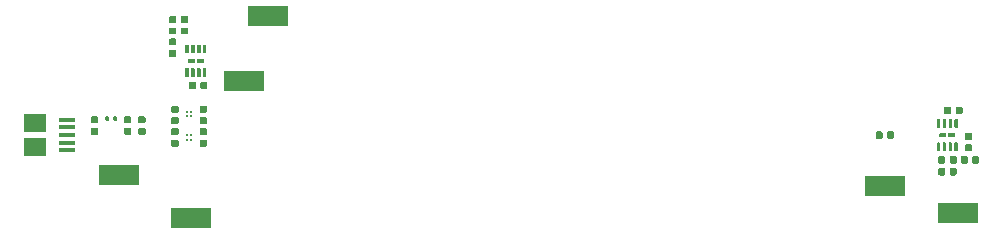
<source format=gbr>
G04 #@! TF.GenerationSoftware,KiCad,Pcbnew,(5.1.5-0-10_14)*
G04 #@! TF.CreationDate,2020-09-27T01:00:48-07:00*
G04 #@! TF.ProjectId,Bias_Tester,42696173-5f54-4657-9374-65722e6b6963,rev?*
G04 #@! TF.SameCoordinates,Original*
G04 #@! TF.FileFunction,Paste,Top*
G04 #@! TF.FilePolarity,Positive*
%FSLAX46Y46*%
G04 Gerber Fmt 4.6, Leading zero omitted, Abs format (unit mm)*
G04 Created by KiCad (PCBNEW (5.1.5-0-10_14)) date 2020-09-27 01:00:48*
%MOMM*%
%LPD*%
G04 APERTURE LIST*
%ADD10C,0.180000*%
%ADD11C,0.150000*%
%ADD12R,1.900000X1.500000*%
%ADD13R,1.350000X0.400000*%
%ADD14R,3.400000X1.800000*%
G04 APERTURE END LIST*
D10*
X86975000Y-99375000D03*
X86625000Y-99375000D03*
X86975000Y-99025000D03*
X86625000Y-99025000D03*
X86975000Y-97375000D03*
X86625000Y-97375000D03*
X86975000Y-97025000D03*
X86625000Y-97025000D03*
D11*
G36*
X78986958Y-97420710D02*
G01*
X79001276Y-97422834D01*
X79015317Y-97426351D01*
X79028946Y-97431228D01*
X79042031Y-97437417D01*
X79054447Y-97444858D01*
X79066073Y-97453481D01*
X79076798Y-97463202D01*
X79086519Y-97473927D01*
X79095142Y-97485553D01*
X79102583Y-97497969D01*
X79108772Y-97511054D01*
X79113649Y-97524683D01*
X79117166Y-97538724D01*
X79119290Y-97553042D01*
X79120000Y-97567500D01*
X79120000Y-97862500D01*
X79119290Y-97876958D01*
X79117166Y-97891276D01*
X79113649Y-97905317D01*
X79108772Y-97918946D01*
X79102583Y-97932031D01*
X79095142Y-97944447D01*
X79086519Y-97956073D01*
X79076798Y-97966798D01*
X79066073Y-97976519D01*
X79054447Y-97985142D01*
X79042031Y-97992583D01*
X79028946Y-97998772D01*
X79015317Y-98003649D01*
X79001276Y-98007166D01*
X78986958Y-98009290D01*
X78972500Y-98010000D01*
X78627500Y-98010000D01*
X78613042Y-98009290D01*
X78598724Y-98007166D01*
X78584683Y-98003649D01*
X78571054Y-97998772D01*
X78557969Y-97992583D01*
X78545553Y-97985142D01*
X78533927Y-97976519D01*
X78523202Y-97966798D01*
X78513481Y-97956073D01*
X78504858Y-97944447D01*
X78497417Y-97932031D01*
X78491228Y-97918946D01*
X78486351Y-97905317D01*
X78482834Y-97891276D01*
X78480710Y-97876958D01*
X78480000Y-97862500D01*
X78480000Y-97567500D01*
X78480710Y-97553042D01*
X78482834Y-97538724D01*
X78486351Y-97524683D01*
X78491228Y-97511054D01*
X78497417Y-97497969D01*
X78504858Y-97485553D01*
X78513481Y-97473927D01*
X78523202Y-97463202D01*
X78533927Y-97453481D01*
X78545553Y-97444858D01*
X78557969Y-97437417D01*
X78571054Y-97431228D01*
X78584683Y-97426351D01*
X78598724Y-97422834D01*
X78613042Y-97420710D01*
X78627500Y-97420000D01*
X78972500Y-97420000D01*
X78986958Y-97420710D01*
G37*
G36*
X78986958Y-98390710D02*
G01*
X79001276Y-98392834D01*
X79015317Y-98396351D01*
X79028946Y-98401228D01*
X79042031Y-98407417D01*
X79054447Y-98414858D01*
X79066073Y-98423481D01*
X79076798Y-98433202D01*
X79086519Y-98443927D01*
X79095142Y-98455553D01*
X79102583Y-98467969D01*
X79108772Y-98481054D01*
X79113649Y-98494683D01*
X79117166Y-98508724D01*
X79119290Y-98523042D01*
X79120000Y-98537500D01*
X79120000Y-98832500D01*
X79119290Y-98846958D01*
X79117166Y-98861276D01*
X79113649Y-98875317D01*
X79108772Y-98888946D01*
X79102583Y-98902031D01*
X79095142Y-98914447D01*
X79086519Y-98926073D01*
X79076798Y-98936798D01*
X79066073Y-98946519D01*
X79054447Y-98955142D01*
X79042031Y-98962583D01*
X79028946Y-98968772D01*
X79015317Y-98973649D01*
X79001276Y-98977166D01*
X78986958Y-98979290D01*
X78972500Y-98980000D01*
X78627500Y-98980000D01*
X78613042Y-98979290D01*
X78598724Y-98977166D01*
X78584683Y-98973649D01*
X78571054Y-98968772D01*
X78557969Y-98962583D01*
X78545553Y-98955142D01*
X78533927Y-98946519D01*
X78523202Y-98936798D01*
X78513481Y-98926073D01*
X78504858Y-98914447D01*
X78497417Y-98902031D01*
X78491228Y-98888946D01*
X78486351Y-98875317D01*
X78482834Y-98861276D01*
X78480710Y-98846958D01*
X78480000Y-98832500D01*
X78480000Y-98537500D01*
X78480710Y-98523042D01*
X78482834Y-98508724D01*
X78486351Y-98494683D01*
X78491228Y-98481054D01*
X78497417Y-98467969D01*
X78504858Y-98455553D01*
X78513481Y-98443927D01*
X78523202Y-98433202D01*
X78533927Y-98423481D01*
X78545553Y-98414858D01*
X78557969Y-98407417D01*
X78571054Y-98401228D01*
X78584683Y-98396351D01*
X78598724Y-98392834D01*
X78613042Y-98390710D01*
X78627500Y-98390000D01*
X78972500Y-98390000D01*
X78986958Y-98390710D01*
G37*
G36*
X81786958Y-98390710D02*
G01*
X81801276Y-98392834D01*
X81815317Y-98396351D01*
X81828946Y-98401228D01*
X81842031Y-98407417D01*
X81854447Y-98414858D01*
X81866073Y-98423481D01*
X81876798Y-98433202D01*
X81886519Y-98443927D01*
X81895142Y-98455553D01*
X81902583Y-98467969D01*
X81908772Y-98481054D01*
X81913649Y-98494683D01*
X81917166Y-98508724D01*
X81919290Y-98523042D01*
X81920000Y-98537500D01*
X81920000Y-98832500D01*
X81919290Y-98846958D01*
X81917166Y-98861276D01*
X81913649Y-98875317D01*
X81908772Y-98888946D01*
X81902583Y-98902031D01*
X81895142Y-98914447D01*
X81886519Y-98926073D01*
X81876798Y-98936798D01*
X81866073Y-98946519D01*
X81854447Y-98955142D01*
X81842031Y-98962583D01*
X81828946Y-98968772D01*
X81815317Y-98973649D01*
X81801276Y-98977166D01*
X81786958Y-98979290D01*
X81772500Y-98980000D01*
X81427500Y-98980000D01*
X81413042Y-98979290D01*
X81398724Y-98977166D01*
X81384683Y-98973649D01*
X81371054Y-98968772D01*
X81357969Y-98962583D01*
X81345553Y-98955142D01*
X81333927Y-98946519D01*
X81323202Y-98936798D01*
X81313481Y-98926073D01*
X81304858Y-98914447D01*
X81297417Y-98902031D01*
X81291228Y-98888946D01*
X81286351Y-98875317D01*
X81282834Y-98861276D01*
X81280710Y-98846958D01*
X81280000Y-98832500D01*
X81280000Y-98537500D01*
X81280710Y-98523042D01*
X81282834Y-98508724D01*
X81286351Y-98494683D01*
X81291228Y-98481054D01*
X81297417Y-98467969D01*
X81304858Y-98455553D01*
X81313481Y-98443927D01*
X81323202Y-98433202D01*
X81333927Y-98423481D01*
X81345553Y-98414858D01*
X81357969Y-98407417D01*
X81371054Y-98401228D01*
X81384683Y-98396351D01*
X81398724Y-98392834D01*
X81413042Y-98390710D01*
X81427500Y-98390000D01*
X81772500Y-98390000D01*
X81786958Y-98390710D01*
G37*
G36*
X81786958Y-97420710D02*
G01*
X81801276Y-97422834D01*
X81815317Y-97426351D01*
X81828946Y-97431228D01*
X81842031Y-97437417D01*
X81854447Y-97444858D01*
X81866073Y-97453481D01*
X81876798Y-97463202D01*
X81886519Y-97473927D01*
X81895142Y-97485553D01*
X81902583Y-97497969D01*
X81908772Y-97511054D01*
X81913649Y-97524683D01*
X81917166Y-97538724D01*
X81919290Y-97553042D01*
X81920000Y-97567500D01*
X81920000Y-97862500D01*
X81919290Y-97876958D01*
X81917166Y-97891276D01*
X81913649Y-97905317D01*
X81908772Y-97918946D01*
X81902583Y-97932031D01*
X81895142Y-97944447D01*
X81886519Y-97956073D01*
X81876798Y-97966798D01*
X81866073Y-97976519D01*
X81854447Y-97985142D01*
X81842031Y-97992583D01*
X81828946Y-97998772D01*
X81815317Y-98003649D01*
X81801276Y-98007166D01*
X81786958Y-98009290D01*
X81772500Y-98010000D01*
X81427500Y-98010000D01*
X81413042Y-98009290D01*
X81398724Y-98007166D01*
X81384683Y-98003649D01*
X81371054Y-97998772D01*
X81357969Y-97992583D01*
X81345553Y-97985142D01*
X81333927Y-97976519D01*
X81323202Y-97966798D01*
X81313481Y-97956073D01*
X81304858Y-97944447D01*
X81297417Y-97932031D01*
X81291228Y-97918946D01*
X81286351Y-97905317D01*
X81282834Y-97891276D01*
X81280710Y-97876958D01*
X81280000Y-97862500D01*
X81280000Y-97567500D01*
X81280710Y-97553042D01*
X81282834Y-97538724D01*
X81286351Y-97524683D01*
X81291228Y-97511054D01*
X81297417Y-97497969D01*
X81304858Y-97485553D01*
X81313481Y-97473927D01*
X81323202Y-97463202D01*
X81333927Y-97453481D01*
X81345553Y-97444858D01*
X81357969Y-97437417D01*
X81371054Y-97431228D01*
X81384683Y-97426351D01*
X81398724Y-97422834D01*
X81413042Y-97420710D01*
X81427500Y-97420000D01*
X81772500Y-97420000D01*
X81786958Y-97420710D01*
G37*
G36*
X82986958Y-97420710D02*
G01*
X83001276Y-97422834D01*
X83015317Y-97426351D01*
X83028946Y-97431228D01*
X83042031Y-97437417D01*
X83054447Y-97444858D01*
X83066073Y-97453481D01*
X83076798Y-97463202D01*
X83086519Y-97473927D01*
X83095142Y-97485553D01*
X83102583Y-97497969D01*
X83108772Y-97511054D01*
X83113649Y-97524683D01*
X83117166Y-97538724D01*
X83119290Y-97553042D01*
X83120000Y-97567500D01*
X83120000Y-97862500D01*
X83119290Y-97876958D01*
X83117166Y-97891276D01*
X83113649Y-97905317D01*
X83108772Y-97918946D01*
X83102583Y-97932031D01*
X83095142Y-97944447D01*
X83086519Y-97956073D01*
X83076798Y-97966798D01*
X83066073Y-97976519D01*
X83054447Y-97985142D01*
X83042031Y-97992583D01*
X83028946Y-97998772D01*
X83015317Y-98003649D01*
X83001276Y-98007166D01*
X82986958Y-98009290D01*
X82972500Y-98010000D01*
X82627500Y-98010000D01*
X82613042Y-98009290D01*
X82598724Y-98007166D01*
X82584683Y-98003649D01*
X82571054Y-97998772D01*
X82557969Y-97992583D01*
X82545553Y-97985142D01*
X82533927Y-97976519D01*
X82523202Y-97966798D01*
X82513481Y-97956073D01*
X82504858Y-97944447D01*
X82497417Y-97932031D01*
X82491228Y-97918946D01*
X82486351Y-97905317D01*
X82482834Y-97891276D01*
X82480710Y-97876958D01*
X82480000Y-97862500D01*
X82480000Y-97567500D01*
X82480710Y-97553042D01*
X82482834Y-97538724D01*
X82486351Y-97524683D01*
X82491228Y-97511054D01*
X82497417Y-97497969D01*
X82504858Y-97485553D01*
X82513481Y-97473927D01*
X82523202Y-97463202D01*
X82533927Y-97453481D01*
X82545553Y-97444858D01*
X82557969Y-97437417D01*
X82571054Y-97431228D01*
X82584683Y-97426351D01*
X82598724Y-97422834D01*
X82613042Y-97420710D01*
X82627500Y-97420000D01*
X82972500Y-97420000D01*
X82986958Y-97420710D01*
G37*
G36*
X82986958Y-98390710D02*
G01*
X83001276Y-98392834D01*
X83015317Y-98396351D01*
X83028946Y-98401228D01*
X83042031Y-98407417D01*
X83054447Y-98414858D01*
X83066073Y-98423481D01*
X83076798Y-98433202D01*
X83086519Y-98443927D01*
X83095142Y-98455553D01*
X83102583Y-98467969D01*
X83108772Y-98481054D01*
X83113649Y-98494683D01*
X83117166Y-98508724D01*
X83119290Y-98523042D01*
X83120000Y-98537500D01*
X83120000Y-98832500D01*
X83119290Y-98846958D01*
X83117166Y-98861276D01*
X83113649Y-98875317D01*
X83108772Y-98888946D01*
X83102583Y-98902031D01*
X83095142Y-98914447D01*
X83086519Y-98926073D01*
X83076798Y-98936798D01*
X83066073Y-98946519D01*
X83054447Y-98955142D01*
X83042031Y-98962583D01*
X83028946Y-98968772D01*
X83015317Y-98973649D01*
X83001276Y-98977166D01*
X82986958Y-98979290D01*
X82972500Y-98980000D01*
X82627500Y-98980000D01*
X82613042Y-98979290D01*
X82598724Y-98977166D01*
X82584683Y-98973649D01*
X82571054Y-98968772D01*
X82557969Y-98962583D01*
X82545553Y-98955142D01*
X82533927Y-98946519D01*
X82523202Y-98936798D01*
X82513481Y-98926073D01*
X82504858Y-98914447D01*
X82497417Y-98902031D01*
X82491228Y-98888946D01*
X82486351Y-98875317D01*
X82482834Y-98861276D01*
X82480710Y-98846958D01*
X82480000Y-98832500D01*
X82480000Y-98537500D01*
X82480710Y-98523042D01*
X82482834Y-98508724D01*
X82486351Y-98494683D01*
X82491228Y-98481054D01*
X82497417Y-98467969D01*
X82504858Y-98455553D01*
X82513481Y-98443927D01*
X82523202Y-98433202D01*
X82533927Y-98423481D01*
X82545553Y-98414858D01*
X82557969Y-98407417D01*
X82571054Y-98401228D01*
X82584683Y-98396351D01*
X82598724Y-98392834D01*
X82613042Y-98390710D01*
X82627500Y-98390000D01*
X82972500Y-98390000D01*
X82986958Y-98390710D01*
G37*
G36*
X87246958Y-94490710D02*
G01*
X87261276Y-94492834D01*
X87275317Y-94496351D01*
X87288946Y-94501228D01*
X87302031Y-94507417D01*
X87314447Y-94514858D01*
X87326073Y-94523481D01*
X87336798Y-94533202D01*
X87346519Y-94543927D01*
X87355142Y-94555553D01*
X87362583Y-94567969D01*
X87368772Y-94581054D01*
X87373649Y-94594683D01*
X87377166Y-94608724D01*
X87379290Y-94623042D01*
X87380000Y-94637500D01*
X87380000Y-94982500D01*
X87379290Y-94996958D01*
X87377166Y-95011276D01*
X87373649Y-95025317D01*
X87368772Y-95038946D01*
X87362583Y-95052031D01*
X87355142Y-95064447D01*
X87346519Y-95076073D01*
X87336798Y-95086798D01*
X87326073Y-95096519D01*
X87314447Y-95105142D01*
X87302031Y-95112583D01*
X87288946Y-95118772D01*
X87275317Y-95123649D01*
X87261276Y-95127166D01*
X87246958Y-95129290D01*
X87232500Y-95130000D01*
X86937500Y-95130000D01*
X86923042Y-95129290D01*
X86908724Y-95127166D01*
X86894683Y-95123649D01*
X86881054Y-95118772D01*
X86867969Y-95112583D01*
X86855553Y-95105142D01*
X86843927Y-95096519D01*
X86833202Y-95086798D01*
X86823481Y-95076073D01*
X86814858Y-95064447D01*
X86807417Y-95052031D01*
X86801228Y-95038946D01*
X86796351Y-95025317D01*
X86792834Y-95011276D01*
X86790710Y-94996958D01*
X86790000Y-94982500D01*
X86790000Y-94637500D01*
X86790710Y-94623042D01*
X86792834Y-94608724D01*
X86796351Y-94594683D01*
X86801228Y-94581054D01*
X86807417Y-94567969D01*
X86814858Y-94555553D01*
X86823481Y-94543927D01*
X86833202Y-94533202D01*
X86843927Y-94523481D01*
X86855553Y-94514858D01*
X86867969Y-94507417D01*
X86881054Y-94501228D01*
X86894683Y-94496351D01*
X86908724Y-94492834D01*
X86923042Y-94490710D01*
X86937500Y-94490000D01*
X87232500Y-94490000D01*
X87246958Y-94490710D01*
G37*
G36*
X88216958Y-94490710D02*
G01*
X88231276Y-94492834D01*
X88245317Y-94496351D01*
X88258946Y-94501228D01*
X88272031Y-94507417D01*
X88284447Y-94514858D01*
X88296073Y-94523481D01*
X88306798Y-94533202D01*
X88316519Y-94543927D01*
X88325142Y-94555553D01*
X88332583Y-94567969D01*
X88338772Y-94581054D01*
X88343649Y-94594683D01*
X88347166Y-94608724D01*
X88349290Y-94623042D01*
X88350000Y-94637500D01*
X88350000Y-94982500D01*
X88349290Y-94996958D01*
X88347166Y-95011276D01*
X88343649Y-95025317D01*
X88338772Y-95038946D01*
X88332583Y-95052031D01*
X88325142Y-95064447D01*
X88316519Y-95076073D01*
X88306798Y-95086798D01*
X88296073Y-95096519D01*
X88284447Y-95105142D01*
X88272031Y-95112583D01*
X88258946Y-95118772D01*
X88245317Y-95123649D01*
X88231276Y-95127166D01*
X88216958Y-95129290D01*
X88202500Y-95130000D01*
X87907500Y-95130000D01*
X87893042Y-95129290D01*
X87878724Y-95127166D01*
X87864683Y-95123649D01*
X87851054Y-95118772D01*
X87837969Y-95112583D01*
X87825553Y-95105142D01*
X87813927Y-95096519D01*
X87803202Y-95086798D01*
X87793481Y-95076073D01*
X87784858Y-95064447D01*
X87777417Y-95052031D01*
X87771228Y-95038946D01*
X87766351Y-95025317D01*
X87762834Y-95011276D01*
X87760710Y-94996958D01*
X87760000Y-94982500D01*
X87760000Y-94637500D01*
X87760710Y-94623042D01*
X87762834Y-94608724D01*
X87766351Y-94594683D01*
X87771228Y-94581054D01*
X87777417Y-94567969D01*
X87784858Y-94555553D01*
X87793481Y-94543927D01*
X87803202Y-94533202D01*
X87813927Y-94523481D01*
X87825553Y-94514858D01*
X87837969Y-94507417D01*
X87851054Y-94501228D01*
X87864683Y-94496351D01*
X87878724Y-94492834D01*
X87893042Y-94490710D01*
X87907500Y-94490000D01*
X88202500Y-94490000D01*
X88216958Y-94490710D01*
G37*
G36*
X88186958Y-97490710D02*
G01*
X88201276Y-97492834D01*
X88215317Y-97496351D01*
X88228946Y-97501228D01*
X88242031Y-97507417D01*
X88254447Y-97514858D01*
X88266073Y-97523481D01*
X88276798Y-97533202D01*
X88286519Y-97543927D01*
X88295142Y-97555553D01*
X88302583Y-97567969D01*
X88308772Y-97581054D01*
X88313649Y-97594683D01*
X88317166Y-97608724D01*
X88319290Y-97623042D01*
X88320000Y-97637500D01*
X88320000Y-97932500D01*
X88319290Y-97946958D01*
X88317166Y-97961276D01*
X88313649Y-97975317D01*
X88308772Y-97988946D01*
X88302583Y-98002031D01*
X88295142Y-98014447D01*
X88286519Y-98026073D01*
X88276798Y-98036798D01*
X88266073Y-98046519D01*
X88254447Y-98055142D01*
X88242031Y-98062583D01*
X88228946Y-98068772D01*
X88215317Y-98073649D01*
X88201276Y-98077166D01*
X88186958Y-98079290D01*
X88172500Y-98080000D01*
X87827500Y-98080000D01*
X87813042Y-98079290D01*
X87798724Y-98077166D01*
X87784683Y-98073649D01*
X87771054Y-98068772D01*
X87757969Y-98062583D01*
X87745553Y-98055142D01*
X87733927Y-98046519D01*
X87723202Y-98036798D01*
X87713481Y-98026073D01*
X87704858Y-98014447D01*
X87697417Y-98002031D01*
X87691228Y-97988946D01*
X87686351Y-97975317D01*
X87682834Y-97961276D01*
X87680710Y-97946958D01*
X87680000Y-97932500D01*
X87680000Y-97637500D01*
X87680710Y-97623042D01*
X87682834Y-97608724D01*
X87686351Y-97594683D01*
X87691228Y-97581054D01*
X87697417Y-97567969D01*
X87704858Y-97555553D01*
X87713481Y-97543927D01*
X87723202Y-97533202D01*
X87733927Y-97523481D01*
X87745553Y-97514858D01*
X87757969Y-97507417D01*
X87771054Y-97501228D01*
X87784683Y-97496351D01*
X87798724Y-97492834D01*
X87813042Y-97490710D01*
X87827500Y-97490000D01*
X88172500Y-97490000D01*
X88186958Y-97490710D01*
G37*
G36*
X88186958Y-96520710D02*
G01*
X88201276Y-96522834D01*
X88215317Y-96526351D01*
X88228946Y-96531228D01*
X88242031Y-96537417D01*
X88254447Y-96544858D01*
X88266073Y-96553481D01*
X88276798Y-96563202D01*
X88286519Y-96573927D01*
X88295142Y-96585553D01*
X88302583Y-96597969D01*
X88308772Y-96611054D01*
X88313649Y-96624683D01*
X88317166Y-96638724D01*
X88319290Y-96653042D01*
X88320000Y-96667500D01*
X88320000Y-96962500D01*
X88319290Y-96976958D01*
X88317166Y-96991276D01*
X88313649Y-97005317D01*
X88308772Y-97018946D01*
X88302583Y-97032031D01*
X88295142Y-97044447D01*
X88286519Y-97056073D01*
X88276798Y-97066798D01*
X88266073Y-97076519D01*
X88254447Y-97085142D01*
X88242031Y-97092583D01*
X88228946Y-97098772D01*
X88215317Y-97103649D01*
X88201276Y-97107166D01*
X88186958Y-97109290D01*
X88172500Y-97110000D01*
X87827500Y-97110000D01*
X87813042Y-97109290D01*
X87798724Y-97107166D01*
X87784683Y-97103649D01*
X87771054Y-97098772D01*
X87757969Y-97092583D01*
X87745553Y-97085142D01*
X87733927Y-97076519D01*
X87723202Y-97066798D01*
X87713481Y-97056073D01*
X87704858Y-97044447D01*
X87697417Y-97032031D01*
X87691228Y-97018946D01*
X87686351Y-97005317D01*
X87682834Y-96991276D01*
X87680710Y-96976958D01*
X87680000Y-96962500D01*
X87680000Y-96667500D01*
X87680710Y-96653042D01*
X87682834Y-96638724D01*
X87686351Y-96624683D01*
X87691228Y-96611054D01*
X87697417Y-96597969D01*
X87704858Y-96585553D01*
X87713481Y-96573927D01*
X87723202Y-96563202D01*
X87733927Y-96553481D01*
X87745553Y-96544858D01*
X87757969Y-96537417D01*
X87771054Y-96531228D01*
X87784683Y-96526351D01*
X87798724Y-96522834D01*
X87813042Y-96520710D01*
X87827500Y-96520000D01*
X88172500Y-96520000D01*
X88186958Y-96520710D01*
G37*
G36*
X152986958Y-99790710D02*
G01*
X153001276Y-99792834D01*
X153015317Y-99796351D01*
X153028946Y-99801228D01*
X153042031Y-99807417D01*
X153054447Y-99814858D01*
X153066073Y-99823481D01*
X153076798Y-99833202D01*
X153086519Y-99843927D01*
X153095142Y-99855553D01*
X153102583Y-99867969D01*
X153108772Y-99881054D01*
X153113649Y-99894683D01*
X153117166Y-99908724D01*
X153119290Y-99923042D01*
X153120000Y-99937500D01*
X153120000Y-100232500D01*
X153119290Y-100246958D01*
X153117166Y-100261276D01*
X153113649Y-100275317D01*
X153108772Y-100288946D01*
X153102583Y-100302031D01*
X153095142Y-100314447D01*
X153086519Y-100326073D01*
X153076798Y-100336798D01*
X153066073Y-100346519D01*
X153054447Y-100355142D01*
X153042031Y-100362583D01*
X153028946Y-100368772D01*
X153015317Y-100373649D01*
X153001276Y-100377166D01*
X152986958Y-100379290D01*
X152972500Y-100380000D01*
X152627500Y-100380000D01*
X152613042Y-100379290D01*
X152598724Y-100377166D01*
X152584683Y-100373649D01*
X152571054Y-100368772D01*
X152557969Y-100362583D01*
X152545553Y-100355142D01*
X152533927Y-100346519D01*
X152523202Y-100336798D01*
X152513481Y-100326073D01*
X152504858Y-100314447D01*
X152497417Y-100302031D01*
X152491228Y-100288946D01*
X152486351Y-100275317D01*
X152482834Y-100261276D01*
X152480710Y-100246958D01*
X152480000Y-100232500D01*
X152480000Y-99937500D01*
X152480710Y-99923042D01*
X152482834Y-99908724D01*
X152486351Y-99894683D01*
X152491228Y-99881054D01*
X152497417Y-99867969D01*
X152504858Y-99855553D01*
X152513481Y-99843927D01*
X152523202Y-99833202D01*
X152533927Y-99823481D01*
X152545553Y-99814858D01*
X152557969Y-99807417D01*
X152571054Y-99801228D01*
X152584683Y-99796351D01*
X152598724Y-99792834D01*
X152613042Y-99790710D01*
X152627500Y-99790000D01*
X152972500Y-99790000D01*
X152986958Y-99790710D01*
G37*
G36*
X152986958Y-98820710D02*
G01*
X153001276Y-98822834D01*
X153015317Y-98826351D01*
X153028946Y-98831228D01*
X153042031Y-98837417D01*
X153054447Y-98844858D01*
X153066073Y-98853481D01*
X153076798Y-98863202D01*
X153086519Y-98873927D01*
X153095142Y-98885553D01*
X153102583Y-98897969D01*
X153108772Y-98911054D01*
X153113649Y-98924683D01*
X153117166Y-98938724D01*
X153119290Y-98953042D01*
X153120000Y-98967500D01*
X153120000Y-99262500D01*
X153119290Y-99276958D01*
X153117166Y-99291276D01*
X153113649Y-99305317D01*
X153108772Y-99318946D01*
X153102583Y-99332031D01*
X153095142Y-99344447D01*
X153086519Y-99356073D01*
X153076798Y-99366798D01*
X153066073Y-99376519D01*
X153054447Y-99385142D01*
X153042031Y-99392583D01*
X153028946Y-99398772D01*
X153015317Y-99403649D01*
X153001276Y-99407166D01*
X152986958Y-99409290D01*
X152972500Y-99410000D01*
X152627500Y-99410000D01*
X152613042Y-99409290D01*
X152598724Y-99407166D01*
X152584683Y-99403649D01*
X152571054Y-99398772D01*
X152557969Y-99392583D01*
X152545553Y-99385142D01*
X152533927Y-99376519D01*
X152523202Y-99366798D01*
X152513481Y-99356073D01*
X152504858Y-99344447D01*
X152497417Y-99332031D01*
X152491228Y-99318946D01*
X152486351Y-99305317D01*
X152482834Y-99291276D01*
X152480710Y-99276958D01*
X152480000Y-99262500D01*
X152480000Y-98967500D01*
X152480710Y-98953042D01*
X152482834Y-98938724D01*
X152486351Y-98924683D01*
X152491228Y-98911054D01*
X152497417Y-98897969D01*
X152504858Y-98885553D01*
X152513481Y-98873927D01*
X152523202Y-98863202D01*
X152533927Y-98853481D01*
X152545553Y-98844858D01*
X152557969Y-98837417D01*
X152571054Y-98831228D01*
X152584683Y-98826351D01*
X152598724Y-98822834D01*
X152613042Y-98820710D01*
X152627500Y-98820000D01*
X152972500Y-98820000D01*
X152986958Y-98820710D01*
G37*
G36*
X88186958Y-98420710D02*
G01*
X88201276Y-98422834D01*
X88215317Y-98426351D01*
X88228946Y-98431228D01*
X88242031Y-98437417D01*
X88254447Y-98444858D01*
X88266073Y-98453481D01*
X88276798Y-98463202D01*
X88286519Y-98473927D01*
X88295142Y-98485553D01*
X88302583Y-98497969D01*
X88308772Y-98511054D01*
X88313649Y-98524683D01*
X88317166Y-98538724D01*
X88319290Y-98553042D01*
X88320000Y-98567500D01*
X88320000Y-98862500D01*
X88319290Y-98876958D01*
X88317166Y-98891276D01*
X88313649Y-98905317D01*
X88308772Y-98918946D01*
X88302583Y-98932031D01*
X88295142Y-98944447D01*
X88286519Y-98956073D01*
X88276798Y-98966798D01*
X88266073Y-98976519D01*
X88254447Y-98985142D01*
X88242031Y-98992583D01*
X88228946Y-98998772D01*
X88215317Y-99003649D01*
X88201276Y-99007166D01*
X88186958Y-99009290D01*
X88172500Y-99010000D01*
X87827500Y-99010000D01*
X87813042Y-99009290D01*
X87798724Y-99007166D01*
X87784683Y-99003649D01*
X87771054Y-98998772D01*
X87757969Y-98992583D01*
X87745553Y-98985142D01*
X87733927Y-98976519D01*
X87723202Y-98966798D01*
X87713481Y-98956073D01*
X87704858Y-98944447D01*
X87697417Y-98932031D01*
X87691228Y-98918946D01*
X87686351Y-98905317D01*
X87682834Y-98891276D01*
X87680710Y-98876958D01*
X87680000Y-98862500D01*
X87680000Y-98567500D01*
X87680710Y-98553042D01*
X87682834Y-98538724D01*
X87686351Y-98524683D01*
X87691228Y-98511054D01*
X87697417Y-98497969D01*
X87704858Y-98485553D01*
X87713481Y-98473927D01*
X87723202Y-98463202D01*
X87733927Y-98453481D01*
X87745553Y-98444858D01*
X87757969Y-98437417D01*
X87771054Y-98431228D01*
X87784683Y-98426351D01*
X87798724Y-98422834D01*
X87813042Y-98420710D01*
X87827500Y-98420000D01*
X88172500Y-98420000D01*
X88186958Y-98420710D01*
G37*
G36*
X88186958Y-99390710D02*
G01*
X88201276Y-99392834D01*
X88215317Y-99396351D01*
X88228946Y-99401228D01*
X88242031Y-99407417D01*
X88254447Y-99414858D01*
X88266073Y-99423481D01*
X88276798Y-99433202D01*
X88286519Y-99443927D01*
X88295142Y-99455553D01*
X88302583Y-99467969D01*
X88308772Y-99481054D01*
X88313649Y-99494683D01*
X88317166Y-99508724D01*
X88319290Y-99523042D01*
X88320000Y-99537500D01*
X88320000Y-99832500D01*
X88319290Y-99846958D01*
X88317166Y-99861276D01*
X88313649Y-99875317D01*
X88308772Y-99888946D01*
X88302583Y-99902031D01*
X88295142Y-99914447D01*
X88286519Y-99926073D01*
X88276798Y-99936798D01*
X88266073Y-99946519D01*
X88254447Y-99955142D01*
X88242031Y-99962583D01*
X88228946Y-99968772D01*
X88215317Y-99973649D01*
X88201276Y-99977166D01*
X88186958Y-99979290D01*
X88172500Y-99980000D01*
X87827500Y-99980000D01*
X87813042Y-99979290D01*
X87798724Y-99977166D01*
X87784683Y-99973649D01*
X87771054Y-99968772D01*
X87757969Y-99962583D01*
X87745553Y-99955142D01*
X87733927Y-99946519D01*
X87723202Y-99936798D01*
X87713481Y-99926073D01*
X87704858Y-99914447D01*
X87697417Y-99902031D01*
X87691228Y-99888946D01*
X87686351Y-99875317D01*
X87682834Y-99861276D01*
X87680710Y-99846958D01*
X87680000Y-99832500D01*
X87680000Y-99537500D01*
X87680710Y-99523042D01*
X87682834Y-99508724D01*
X87686351Y-99494683D01*
X87691228Y-99481054D01*
X87697417Y-99467969D01*
X87704858Y-99455553D01*
X87713481Y-99443927D01*
X87723202Y-99433202D01*
X87733927Y-99423481D01*
X87745553Y-99414858D01*
X87757969Y-99407417D01*
X87771054Y-99401228D01*
X87784683Y-99396351D01*
X87798724Y-99392834D01*
X87813042Y-99390710D01*
X87827500Y-99390000D01*
X88172500Y-99390000D01*
X88186958Y-99390710D01*
G37*
D12*
X73762500Y-100000000D03*
D13*
X76462500Y-98350000D03*
X76462500Y-97700000D03*
X76462500Y-100300000D03*
X76462500Y-99650000D03*
X76462500Y-99000000D03*
D12*
X73762500Y-98000000D03*
D11*
G36*
X79942292Y-97420383D02*
G01*
X79950010Y-97421528D01*
X79957578Y-97423423D01*
X79964923Y-97426052D01*
X79971976Y-97429387D01*
X79978668Y-97433398D01*
X79984934Y-97438046D01*
X79990715Y-97443285D01*
X79995954Y-97449066D01*
X80000602Y-97455332D01*
X80004613Y-97462024D01*
X80007948Y-97469077D01*
X80010577Y-97476422D01*
X80012472Y-97483990D01*
X80013617Y-97491708D01*
X80014000Y-97499500D01*
X80014000Y-97700500D01*
X80013617Y-97708292D01*
X80012472Y-97716010D01*
X80010577Y-97723578D01*
X80007948Y-97730923D01*
X80004613Y-97737976D01*
X80000602Y-97744668D01*
X79995954Y-97750934D01*
X79990715Y-97756715D01*
X79984934Y-97761954D01*
X79978668Y-97766602D01*
X79971976Y-97770613D01*
X79964923Y-97773948D01*
X79957578Y-97776577D01*
X79950010Y-97778472D01*
X79942292Y-97779617D01*
X79934500Y-97780000D01*
X79775500Y-97780000D01*
X79767708Y-97779617D01*
X79759990Y-97778472D01*
X79752422Y-97776577D01*
X79745077Y-97773948D01*
X79738024Y-97770613D01*
X79731332Y-97766602D01*
X79725066Y-97761954D01*
X79719285Y-97756715D01*
X79714046Y-97750934D01*
X79709398Y-97744668D01*
X79705387Y-97737976D01*
X79702052Y-97730923D01*
X79699423Y-97723578D01*
X79697528Y-97716010D01*
X79696383Y-97708292D01*
X79696000Y-97700500D01*
X79696000Y-97499500D01*
X79696383Y-97491708D01*
X79697528Y-97483990D01*
X79699423Y-97476422D01*
X79702052Y-97469077D01*
X79705387Y-97462024D01*
X79709398Y-97455332D01*
X79714046Y-97449066D01*
X79719285Y-97443285D01*
X79725066Y-97438046D01*
X79731332Y-97433398D01*
X79738024Y-97429387D01*
X79745077Y-97426052D01*
X79752422Y-97423423D01*
X79759990Y-97421528D01*
X79767708Y-97420383D01*
X79775500Y-97420000D01*
X79934500Y-97420000D01*
X79942292Y-97420383D01*
G37*
G36*
X80632292Y-97420383D02*
G01*
X80640010Y-97421528D01*
X80647578Y-97423423D01*
X80654923Y-97426052D01*
X80661976Y-97429387D01*
X80668668Y-97433398D01*
X80674934Y-97438046D01*
X80680715Y-97443285D01*
X80685954Y-97449066D01*
X80690602Y-97455332D01*
X80694613Y-97462024D01*
X80697948Y-97469077D01*
X80700577Y-97476422D01*
X80702472Y-97483990D01*
X80703617Y-97491708D01*
X80704000Y-97499500D01*
X80704000Y-97700500D01*
X80703617Y-97708292D01*
X80702472Y-97716010D01*
X80700577Y-97723578D01*
X80697948Y-97730923D01*
X80694613Y-97737976D01*
X80690602Y-97744668D01*
X80685954Y-97750934D01*
X80680715Y-97756715D01*
X80674934Y-97761954D01*
X80668668Y-97766602D01*
X80661976Y-97770613D01*
X80654923Y-97773948D01*
X80647578Y-97776577D01*
X80640010Y-97778472D01*
X80632292Y-97779617D01*
X80624500Y-97780000D01*
X80465500Y-97780000D01*
X80457708Y-97779617D01*
X80449990Y-97778472D01*
X80442422Y-97776577D01*
X80435077Y-97773948D01*
X80428024Y-97770613D01*
X80421332Y-97766602D01*
X80415066Y-97761954D01*
X80409285Y-97756715D01*
X80404046Y-97750934D01*
X80399398Y-97744668D01*
X80395387Y-97737976D01*
X80392052Y-97730923D01*
X80389423Y-97723578D01*
X80387528Y-97716010D01*
X80386383Y-97708292D01*
X80386000Y-97700500D01*
X80386000Y-97499500D01*
X80386383Y-97491708D01*
X80387528Y-97483990D01*
X80389423Y-97476422D01*
X80392052Y-97469077D01*
X80395387Y-97462024D01*
X80399398Y-97455332D01*
X80404046Y-97449066D01*
X80409285Y-97443285D01*
X80415066Y-97438046D01*
X80421332Y-97433398D01*
X80428024Y-97429387D01*
X80435077Y-97426052D01*
X80442422Y-97423423D01*
X80449990Y-97421528D01*
X80457708Y-97420383D01*
X80465500Y-97420000D01*
X80624500Y-97420000D01*
X80632292Y-97420383D01*
G37*
G36*
X146346958Y-98680710D02*
G01*
X146361276Y-98682834D01*
X146375317Y-98686351D01*
X146388946Y-98691228D01*
X146402031Y-98697417D01*
X146414447Y-98704858D01*
X146426073Y-98713481D01*
X146436798Y-98723202D01*
X146446519Y-98733927D01*
X146455142Y-98745553D01*
X146462583Y-98757969D01*
X146468772Y-98771054D01*
X146473649Y-98784683D01*
X146477166Y-98798724D01*
X146479290Y-98813042D01*
X146480000Y-98827500D01*
X146480000Y-99172500D01*
X146479290Y-99186958D01*
X146477166Y-99201276D01*
X146473649Y-99215317D01*
X146468772Y-99228946D01*
X146462583Y-99242031D01*
X146455142Y-99254447D01*
X146446519Y-99266073D01*
X146436798Y-99276798D01*
X146426073Y-99286519D01*
X146414447Y-99295142D01*
X146402031Y-99302583D01*
X146388946Y-99308772D01*
X146375317Y-99313649D01*
X146361276Y-99317166D01*
X146346958Y-99319290D01*
X146332500Y-99320000D01*
X146037500Y-99320000D01*
X146023042Y-99319290D01*
X146008724Y-99317166D01*
X145994683Y-99313649D01*
X145981054Y-99308772D01*
X145967969Y-99302583D01*
X145955553Y-99295142D01*
X145943927Y-99286519D01*
X145933202Y-99276798D01*
X145923481Y-99266073D01*
X145914858Y-99254447D01*
X145907417Y-99242031D01*
X145901228Y-99228946D01*
X145896351Y-99215317D01*
X145892834Y-99201276D01*
X145890710Y-99186958D01*
X145890000Y-99172500D01*
X145890000Y-98827500D01*
X145890710Y-98813042D01*
X145892834Y-98798724D01*
X145896351Y-98784683D01*
X145901228Y-98771054D01*
X145907417Y-98757969D01*
X145914858Y-98745553D01*
X145923481Y-98733927D01*
X145933202Y-98723202D01*
X145943927Y-98713481D01*
X145955553Y-98704858D01*
X145967969Y-98697417D01*
X145981054Y-98691228D01*
X145994683Y-98686351D01*
X146008724Y-98682834D01*
X146023042Y-98680710D01*
X146037500Y-98680000D01*
X146332500Y-98680000D01*
X146346958Y-98680710D01*
G37*
G36*
X145376958Y-98680710D02*
G01*
X145391276Y-98682834D01*
X145405317Y-98686351D01*
X145418946Y-98691228D01*
X145432031Y-98697417D01*
X145444447Y-98704858D01*
X145456073Y-98713481D01*
X145466798Y-98723202D01*
X145476519Y-98733927D01*
X145485142Y-98745553D01*
X145492583Y-98757969D01*
X145498772Y-98771054D01*
X145503649Y-98784683D01*
X145507166Y-98798724D01*
X145509290Y-98813042D01*
X145510000Y-98827500D01*
X145510000Y-99172500D01*
X145509290Y-99186958D01*
X145507166Y-99201276D01*
X145503649Y-99215317D01*
X145498772Y-99228946D01*
X145492583Y-99242031D01*
X145485142Y-99254447D01*
X145476519Y-99266073D01*
X145466798Y-99276798D01*
X145456073Y-99286519D01*
X145444447Y-99295142D01*
X145432031Y-99302583D01*
X145418946Y-99308772D01*
X145405317Y-99313649D01*
X145391276Y-99317166D01*
X145376958Y-99319290D01*
X145362500Y-99320000D01*
X145067500Y-99320000D01*
X145053042Y-99319290D01*
X145038724Y-99317166D01*
X145024683Y-99313649D01*
X145011054Y-99308772D01*
X144997969Y-99302583D01*
X144985553Y-99295142D01*
X144973927Y-99286519D01*
X144963202Y-99276798D01*
X144953481Y-99266073D01*
X144944858Y-99254447D01*
X144937417Y-99242031D01*
X144931228Y-99228946D01*
X144926351Y-99215317D01*
X144922834Y-99201276D01*
X144920710Y-99186958D01*
X144920000Y-99172500D01*
X144920000Y-98827500D01*
X144920710Y-98813042D01*
X144922834Y-98798724D01*
X144926351Y-98784683D01*
X144931228Y-98771054D01*
X144937417Y-98757969D01*
X144944858Y-98745553D01*
X144953481Y-98733927D01*
X144963202Y-98723202D01*
X144973927Y-98713481D01*
X144985553Y-98704858D01*
X144997969Y-98697417D01*
X145011054Y-98691228D01*
X145024683Y-98686351D01*
X145038724Y-98682834D01*
X145053042Y-98680710D01*
X145067500Y-98680000D01*
X145362500Y-98680000D01*
X145376958Y-98680710D01*
G37*
G36*
X85596958Y-90820710D02*
G01*
X85611276Y-90822834D01*
X85625317Y-90826351D01*
X85638946Y-90831228D01*
X85652031Y-90837417D01*
X85664447Y-90844858D01*
X85676073Y-90853481D01*
X85686798Y-90863202D01*
X85696519Y-90873927D01*
X85705142Y-90885553D01*
X85712583Y-90897969D01*
X85718772Y-90911054D01*
X85723649Y-90924683D01*
X85727166Y-90938724D01*
X85729290Y-90953042D01*
X85730000Y-90967500D01*
X85730000Y-91262500D01*
X85729290Y-91276958D01*
X85727166Y-91291276D01*
X85723649Y-91305317D01*
X85718772Y-91318946D01*
X85712583Y-91332031D01*
X85705142Y-91344447D01*
X85696519Y-91356073D01*
X85686798Y-91366798D01*
X85676073Y-91376519D01*
X85664447Y-91385142D01*
X85652031Y-91392583D01*
X85638946Y-91398772D01*
X85625317Y-91403649D01*
X85611276Y-91407166D01*
X85596958Y-91409290D01*
X85582500Y-91410000D01*
X85237500Y-91410000D01*
X85223042Y-91409290D01*
X85208724Y-91407166D01*
X85194683Y-91403649D01*
X85181054Y-91398772D01*
X85167969Y-91392583D01*
X85155553Y-91385142D01*
X85143927Y-91376519D01*
X85133202Y-91366798D01*
X85123481Y-91356073D01*
X85114858Y-91344447D01*
X85107417Y-91332031D01*
X85101228Y-91318946D01*
X85096351Y-91305317D01*
X85092834Y-91291276D01*
X85090710Y-91276958D01*
X85090000Y-91262500D01*
X85090000Y-90967500D01*
X85090710Y-90953042D01*
X85092834Y-90938724D01*
X85096351Y-90924683D01*
X85101228Y-90911054D01*
X85107417Y-90897969D01*
X85114858Y-90885553D01*
X85123481Y-90873927D01*
X85133202Y-90863202D01*
X85143927Y-90853481D01*
X85155553Y-90844858D01*
X85167969Y-90837417D01*
X85181054Y-90831228D01*
X85194683Y-90826351D01*
X85208724Y-90822834D01*
X85223042Y-90820710D01*
X85237500Y-90820000D01*
X85582500Y-90820000D01*
X85596958Y-90820710D01*
G37*
G36*
X85596958Y-91790710D02*
G01*
X85611276Y-91792834D01*
X85625317Y-91796351D01*
X85638946Y-91801228D01*
X85652031Y-91807417D01*
X85664447Y-91814858D01*
X85676073Y-91823481D01*
X85686798Y-91833202D01*
X85696519Y-91843927D01*
X85705142Y-91855553D01*
X85712583Y-91867969D01*
X85718772Y-91881054D01*
X85723649Y-91894683D01*
X85727166Y-91908724D01*
X85729290Y-91923042D01*
X85730000Y-91937500D01*
X85730000Y-92232500D01*
X85729290Y-92246958D01*
X85727166Y-92261276D01*
X85723649Y-92275317D01*
X85718772Y-92288946D01*
X85712583Y-92302031D01*
X85705142Y-92314447D01*
X85696519Y-92326073D01*
X85686798Y-92336798D01*
X85676073Y-92346519D01*
X85664447Y-92355142D01*
X85652031Y-92362583D01*
X85638946Y-92368772D01*
X85625317Y-92373649D01*
X85611276Y-92377166D01*
X85596958Y-92379290D01*
X85582500Y-92380000D01*
X85237500Y-92380000D01*
X85223042Y-92379290D01*
X85208724Y-92377166D01*
X85194683Y-92373649D01*
X85181054Y-92368772D01*
X85167969Y-92362583D01*
X85155553Y-92355142D01*
X85143927Y-92346519D01*
X85133202Y-92336798D01*
X85123481Y-92326073D01*
X85114858Y-92314447D01*
X85107417Y-92302031D01*
X85101228Y-92288946D01*
X85096351Y-92275317D01*
X85092834Y-92261276D01*
X85090710Y-92246958D01*
X85090000Y-92232500D01*
X85090000Y-91937500D01*
X85090710Y-91923042D01*
X85092834Y-91908724D01*
X85096351Y-91894683D01*
X85101228Y-91881054D01*
X85107417Y-91867969D01*
X85114858Y-91855553D01*
X85123481Y-91843927D01*
X85133202Y-91833202D01*
X85143927Y-91823481D01*
X85155553Y-91814858D01*
X85167969Y-91807417D01*
X85181054Y-91801228D01*
X85194683Y-91796351D01*
X85208724Y-91792834D01*
X85223042Y-91790710D01*
X85237500Y-91790000D01*
X85582500Y-91790000D01*
X85596958Y-91790710D01*
G37*
G36*
X85596958Y-89890710D02*
G01*
X85611276Y-89892834D01*
X85625317Y-89896351D01*
X85638946Y-89901228D01*
X85652031Y-89907417D01*
X85664447Y-89914858D01*
X85676073Y-89923481D01*
X85686798Y-89933202D01*
X85696519Y-89943927D01*
X85705142Y-89955553D01*
X85712583Y-89967969D01*
X85718772Y-89981054D01*
X85723649Y-89994683D01*
X85727166Y-90008724D01*
X85729290Y-90023042D01*
X85730000Y-90037500D01*
X85730000Y-90332500D01*
X85729290Y-90346958D01*
X85727166Y-90361276D01*
X85723649Y-90375317D01*
X85718772Y-90388946D01*
X85712583Y-90402031D01*
X85705142Y-90414447D01*
X85696519Y-90426073D01*
X85686798Y-90436798D01*
X85676073Y-90446519D01*
X85664447Y-90455142D01*
X85652031Y-90462583D01*
X85638946Y-90468772D01*
X85625317Y-90473649D01*
X85611276Y-90477166D01*
X85596958Y-90479290D01*
X85582500Y-90480000D01*
X85237500Y-90480000D01*
X85223042Y-90479290D01*
X85208724Y-90477166D01*
X85194683Y-90473649D01*
X85181054Y-90468772D01*
X85167969Y-90462583D01*
X85155553Y-90455142D01*
X85143927Y-90446519D01*
X85133202Y-90436798D01*
X85123481Y-90426073D01*
X85114858Y-90414447D01*
X85107417Y-90402031D01*
X85101228Y-90388946D01*
X85096351Y-90375317D01*
X85092834Y-90361276D01*
X85090710Y-90346958D01*
X85090000Y-90332500D01*
X85090000Y-90037500D01*
X85090710Y-90023042D01*
X85092834Y-90008724D01*
X85096351Y-89994683D01*
X85101228Y-89981054D01*
X85107417Y-89967969D01*
X85114858Y-89955553D01*
X85123481Y-89943927D01*
X85133202Y-89933202D01*
X85143927Y-89923481D01*
X85155553Y-89914858D01*
X85167969Y-89907417D01*
X85181054Y-89901228D01*
X85194683Y-89896351D01*
X85208724Y-89892834D01*
X85223042Y-89890710D01*
X85237500Y-89890000D01*
X85582500Y-89890000D01*
X85596958Y-89890710D01*
G37*
G36*
X85596958Y-88920710D02*
G01*
X85611276Y-88922834D01*
X85625317Y-88926351D01*
X85638946Y-88931228D01*
X85652031Y-88937417D01*
X85664447Y-88944858D01*
X85676073Y-88953481D01*
X85686798Y-88963202D01*
X85696519Y-88973927D01*
X85705142Y-88985553D01*
X85712583Y-88997969D01*
X85718772Y-89011054D01*
X85723649Y-89024683D01*
X85727166Y-89038724D01*
X85729290Y-89053042D01*
X85730000Y-89067500D01*
X85730000Y-89362500D01*
X85729290Y-89376958D01*
X85727166Y-89391276D01*
X85723649Y-89405317D01*
X85718772Y-89418946D01*
X85712583Y-89432031D01*
X85705142Y-89444447D01*
X85696519Y-89456073D01*
X85686798Y-89466798D01*
X85676073Y-89476519D01*
X85664447Y-89485142D01*
X85652031Y-89492583D01*
X85638946Y-89498772D01*
X85625317Y-89503649D01*
X85611276Y-89507166D01*
X85596958Y-89509290D01*
X85582500Y-89510000D01*
X85237500Y-89510000D01*
X85223042Y-89509290D01*
X85208724Y-89507166D01*
X85194683Y-89503649D01*
X85181054Y-89498772D01*
X85167969Y-89492583D01*
X85155553Y-89485142D01*
X85143927Y-89476519D01*
X85133202Y-89466798D01*
X85123481Y-89456073D01*
X85114858Y-89444447D01*
X85107417Y-89432031D01*
X85101228Y-89418946D01*
X85096351Y-89405317D01*
X85092834Y-89391276D01*
X85090710Y-89376958D01*
X85090000Y-89362500D01*
X85090000Y-89067500D01*
X85090710Y-89053042D01*
X85092834Y-89038724D01*
X85096351Y-89024683D01*
X85101228Y-89011054D01*
X85107417Y-88997969D01*
X85114858Y-88985553D01*
X85123481Y-88973927D01*
X85133202Y-88963202D01*
X85143927Y-88953481D01*
X85155553Y-88944858D01*
X85167969Y-88937417D01*
X85181054Y-88931228D01*
X85194683Y-88926351D01*
X85208724Y-88922834D01*
X85223042Y-88920710D01*
X85237500Y-88920000D01*
X85582500Y-88920000D01*
X85596958Y-88920710D01*
G37*
G36*
X151646958Y-100780710D02*
G01*
X151661276Y-100782834D01*
X151675317Y-100786351D01*
X151688946Y-100791228D01*
X151702031Y-100797417D01*
X151714447Y-100804858D01*
X151726073Y-100813481D01*
X151736798Y-100823202D01*
X151746519Y-100833927D01*
X151755142Y-100845553D01*
X151762583Y-100857969D01*
X151768772Y-100871054D01*
X151773649Y-100884683D01*
X151777166Y-100898724D01*
X151779290Y-100913042D01*
X151780000Y-100927500D01*
X151780000Y-101272500D01*
X151779290Y-101286958D01*
X151777166Y-101301276D01*
X151773649Y-101315317D01*
X151768772Y-101328946D01*
X151762583Y-101342031D01*
X151755142Y-101354447D01*
X151746519Y-101366073D01*
X151736798Y-101376798D01*
X151726073Y-101386519D01*
X151714447Y-101395142D01*
X151702031Y-101402583D01*
X151688946Y-101408772D01*
X151675317Y-101413649D01*
X151661276Y-101417166D01*
X151646958Y-101419290D01*
X151632500Y-101420000D01*
X151337500Y-101420000D01*
X151323042Y-101419290D01*
X151308724Y-101417166D01*
X151294683Y-101413649D01*
X151281054Y-101408772D01*
X151267969Y-101402583D01*
X151255553Y-101395142D01*
X151243927Y-101386519D01*
X151233202Y-101376798D01*
X151223481Y-101366073D01*
X151214858Y-101354447D01*
X151207417Y-101342031D01*
X151201228Y-101328946D01*
X151196351Y-101315317D01*
X151192834Y-101301276D01*
X151190710Y-101286958D01*
X151190000Y-101272500D01*
X151190000Y-100927500D01*
X151190710Y-100913042D01*
X151192834Y-100898724D01*
X151196351Y-100884683D01*
X151201228Y-100871054D01*
X151207417Y-100857969D01*
X151214858Y-100845553D01*
X151223481Y-100833927D01*
X151233202Y-100823202D01*
X151243927Y-100813481D01*
X151255553Y-100804858D01*
X151267969Y-100797417D01*
X151281054Y-100791228D01*
X151294683Y-100786351D01*
X151308724Y-100782834D01*
X151323042Y-100780710D01*
X151337500Y-100780000D01*
X151632500Y-100780000D01*
X151646958Y-100780710D01*
G37*
G36*
X150676958Y-100780710D02*
G01*
X150691276Y-100782834D01*
X150705317Y-100786351D01*
X150718946Y-100791228D01*
X150732031Y-100797417D01*
X150744447Y-100804858D01*
X150756073Y-100813481D01*
X150766798Y-100823202D01*
X150776519Y-100833927D01*
X150785142Y-100845553D01*
X150792583Y-100857969D01*
X150798772Y-100871054D01*
X150803649Y-100884683D01*
X150807166Y-100898724D01*
X150809290Y-100913042D01*
X150810000Y-100927500D01*
X150810000Y-101272500D01*
X150809290Y-101286958D01*
X150807166Y-101301276D01*
X150803649Y-101315317D01*
X150798772Y-101328946D01*
X150792583Y-101342031D01*
X150785142Y-101354447D01*
X150776519Y-101366073D01*
X150766798Y-101376798D01*
X150756073Y-101386519D01*
X150744447Y-101395142D01*
X150732031Y-101402583D01*
X150718946Y-101408772D01*
X150705317Y-101413649D01*
X150691276Y-101417166D01*
X150676958Y-101419290D01*
X150662500Y-101420000D01*
X150367500Y-101420000D01*
X150353042Y-101419290D01*
X150338724Y-101417166D01*
X150324683Y-101413649D01*
X150311054Y-101408772D01*
X150297969Y-101402583D01*
X150285553Y-101395142D01*
X150273927Y-101386519D01*
X150263202Y-101376798D01*
X150253481Y-101366073D01*
X150244858Y-101354447D01*
X150237417Y-101342031D01*
X150231228Y-101328946D01*
X150226351Y-101315317D01*
X150222834Y-101301276D01*
X150220710Y-101286958D01*
X150220000Y-101272500D01*
X150220000Y-100927500D01*
X150220710Y-100913042D01*
X150222834Y-100898724D01*
X150226351Y-100884683D01*
X150231228Y-100871054D01*
X150237417Y-100857969D01*
X150244858Y-100845553D01*
X150253481Y-100833927D01*
X150263202Y-100823202D01*
X150273927Y-100813481D01*
X150285553Y-100804858D01*
X150297969Y-100797417D01*
X150311054Y-100791228D01*
X150324683Y-100786351D01*
X150338724Y-100782834D01*
X150353042Y-100780710D01*
X150367500Y-100780000D01*
X150662500Y-100780000D01*
X150676958Y-100780710D01*
G37*
G36*
X153546958Y-100780710D02*
G01*
X153561276Y-100782834D01*
X153575317Y-100786351D01*
X153588946Y-100791228D01*
X153602031Y-100797417D01*
X153614447Y-100804858D01*
X153626073Y-100813481D01*
X153636798Y-100823202D01*
X153646519Y-100833927D01*
X153655142Y-100845553D01*
X153662583Y-100857969D01*
X153668772Y-100871054D01*
X153673649Y-100884683D01*
X153677166Y-100898724D01*
X153679290Y-100913042D01*
X153680000Y-100927500D01*
X153680000Y-101272500D01*
X153679290Y-101286958D01*
X153677166Y-101301276D01*
X153673649Y-101315317D01*
X153668772Y-101328946D01*
X153662583Y-101342031D01*
X153655142Y-101354447D01*
X153646519Y-101366073D01*
X153636798Y-101376798D01*
X153626073Y-101386519D01*
X153614447Y-101395142D01*
X153602031Y-101402583D01*
X153588946Y-101408772D01*
X153575317Y-101413649D01*
X153561276Y-101417166D01*
X153546958Y-101419290D01*
X153532500Y-101420000D01*
X153237500Y-101420000D01*
X153223042Y-101419290D01*
X153208724Y-101417166D01*
X153194683Y-101413649D01*
X153181054Y-101408772D01*
X153167969Y-101402583D01*
X153155553Y-101395142D01*
X153143927Y-101386519D01*
X153133202Y-101376798D01*
X153123481Y-101366073D01*
X153114858Y-101354447D01*
X153107417Y-101342031D01*
X153101228Y-101328946D01*
X153096351Y-101315317D01*
X153092834Y-101301276D01*
X153090710Y-101286958D01*
X153090000Y-101272500D01*
X153090000Y-100927500D01*
X153090710Y-100913042D01*
X153092834Y-100898724D01*
X153096351Y-100884683D01*
X153101228Y-100871054D01*
X153107417Y-100857969D01*
X153114858Y-100845553D01*
X153123481Y-100833927D01*
X153133202Y-100823202D01*
X153143927Y-100813481D01*
X153155553Y-100804858D01*
X153167969Y-100797417D01*
X153181054Y-100791228D01*
X153194683Y-100786351D01*
X153208724Y-100782834D01*
X153223042Y-100780710D01*
X153237500Y-100780000D01*
X153532500Y-100780000D01*
X153546958Y-100780710D01*
G37*
G36*
X152576958Y-100780710D02*
G01*
X152591276Y-100782834D01*
X152605317Y-100786351D01*
X152618946Y-100791228D01*
X152632031Y-100797417D01*
X152644447Y-100804858D01*
X152656073Y-100813481D01*
X152666798Y-100823202D01*
X152676519Y-100833927D01*
X152685142Y-100845553D01*
X152692583Y-100857969D01*
X152698772Y-100871054D01*
X152703649Y-100884683D01*
X152707166Y-100898724D01*
X152709290Y-100913042D01*
X152710000Y-100927500D01*
X152710000Y-101272500D01*
X152709290Y-101286958D01*
X152707166Y-101301276D01*
X152703649Y-101315317D01*
X152698772Y-101328946D01*
X152692583Y-101342031D01*
X152685142Y-101354447D01*
X152676519Y-101366073D01*
X152666798Y-101376798D01*
X152656073Y-101386519D01*
X152644447Y-101395142D01*
X152632031Y-101402583D01*
X152618946Y-101408772D01*
X152605317Y-101413649D01*
X152591276Y-101417166D01*
X152576958Y-101419290D01*
X152562500Y-101420000D01*
X152267500Y-101420000D01*
X152253042Y-101419290D01*
X152238724Y-101417166D01*
X152224683Y-101413649D01*
X152211054Y-101408772D01*
X152197969Y-101402583D01*
X152185553Y-101395142D01*
X152173927Y-101386519D01*
X152163202Y-101376798D01*
X152153481Y-101366073D01*
X152144858Y-101354447D01*
X152137417Y-101342031D01*
X152131228Y-101328946D01*
X152126351Y-101315317D01*
X152122834Y-101301276D01*
X152120710Y-101286958D01*
X152120000Y-101272500D01*
X152120000Y-100927500D01*
X152120710Y-100913042D01*
X152122834Y-100898724D01*
X152126351Y-100884683D01*
X152131228Y-100871054D01*
X152137417Y-100857969D01*
X152144858Y-100845553D01*
X152153481Y-100833927D01*
X152163202Y-100823202D01*
X152173927Y-100813481D01*
X152185553Y-100804858D01*
X152197969Y-100797417D01*
X152211054Y-100791228D01*
X152224683Y-100786351D01*
X152238724Y-100782834D01*
X152253042Y-100780710D01*
X152267500Y-100780000D01*
X152562500Y-100780000D01*
X152576958Y-100780710D01*
G37*
G36*
X151176958Y-96580710D02*
G01*
X151191276Y-96582834D01*
X151205317Y-96586351D01*
X151218946Y-96591228D01*
X151232031Y-96597417D01*
X151244447Y-96604858D01*
X151256073Y-96613481D01*
X151266798Y-96623202D01*
X151276519Y-96633927D01*
X151285142Y-96645553D01*
X151292583Y-96657969D01*
X151298772Y-96671054D01*
X151303649Y-96684683D01*
X151307166Y-96698724D01*
X151309290Y-96713042D01*
X151310000Y-96727500D01*
X151310000Y-97072500D01*
X151309290Y-97086958D01*
X151307166Y-97101276D01*
X151303649Y-97115317D01*
X151298772Y-97128946D01*
X151292583Y-97142031D01*
X151285142Y-97154447D01*
X151276519Y-97166073D01*
X151266798Y-97176798D01*
X151256073Y-97186519D01*
X151244447Y-97195142D01*
X151232031Y-97202583D01*
X151218946Y-97208772D01*
X151205317Y-97213649D01*
X151191276Y-97217166D01*
X151176958Y-97219290D01*
X151162500Y-97220000D01*
X150867500Y-97220000D01*
X150853042Y-97219290D01*
X150838724Y-97217166D01*
X150824683Y-97213649D01*
X150811054Y-97208772D01*
X150797969Y-97202583D01*
X150785553Y-97195142D01*
X150773927Y-97186519D01*
X150763202Y-97176798D01*
X150753481Y-97166073D01*
X150744858Y-97154447D01*
X150737417Y-97142031D01*
X150731228Y-97128946D01*
X150726351Y-97115317D01*
X150722834Y-97101276D01*
X150720710Y-97086958D01*
X150720000Y-97072500D01*
X150720000Y-96727500D01*
X150720710Y-96713042D01*
X150722834Y-96698724D01*
X150726351Y-96684683D01*
X150731228Y-96671054D01*
X150737417Y-96657969D01*
X150744858Y-96645553D01*
X150753481Y-96633927D01*
X150763202Y-96623202D01*
X150773927Y-96613481D01*
X150785553Y-96604858D01*
X150797969Y-96597417D01*
X150811054Y-96591228D01*
X150824683Y-96586351D01*
X150838724Y-96582834D01*
X150853042Y-96580710D01*
X150867500Y-96580000D01*
X151162500Y-96580000D01*
X151176958Y-96580710D01*
G37*
G36*
X152146958Y-96580710D02*
G01*
X152161276Y-96582834D01*
X152175317Y-96586351D01*
X152188946Y-96591228D01*
X152202031Y-96597417D01*
X152214447Y-96604858D01*
X152226073Y-96613481D01*
X152236798Y-96623202D01*
X152246519Y-96633927D01*
X152255142Y-96645553D01*
X152262583Y-96657969D01*
X152268772Y-96671054D01*
X152273649Y-96684683D01*
X152277166Y-96698724D01*
X152279290Y-96713042D01*
X152280000Y-96727500D01*
X152280000Y-97072500D01*
X152279290Y-97086958D01*
X152277166Y-97101276D01*
X152273649Y-97115317D01*
X152268772Y-97128946D01*
X152262583Y-97142031D01*
X152255142Y-97154447D01*
X152246519Y-97166073D01*
X152236798Y-97176798D01*
X152226073Y-97186519D01*
X152214447Y-97195142D01*
X152202031Y-97202583D01*
X152188946Y-97208772D01*
X152175317Y-97213649D01*
X152161276Y-97217166D01*
X152146958Y-97219290D01*
X152132500Y-97220000D01*
X151837500Y-97220000D01*
X151823042Y-97219290D01*
X151808724Y-97217166D01*
X151794683Y-97213649D01*
X151781054Y-97208772D01*
X151767969Y-97202583D01*
X151755553Y-97195142D01*
X151743927Y-97186519D01*
X151733202Y-97176798D01*
X151723481Y-97166073D01*
X151714858Y-97154447D01*
X151707417Y-97142031D01*
X151701228Y-97128946D01*
X151696351Y-97115317D01*
X151692834Y-97101276D01*
X151690710Y-97086958D01*
X151690000Y-97072500D01*
X151690000Y-96727500D01*
X151690710Y-96713042D01*
X151692834Y-96698724D01*
X151696351Y-96684683D01*
X151701228Y-96671054D01*
X151707417Y-96657969D01*
X151714858Y-96645553D01*
X151723481Y-96633927D01*
X151733202Y-96623202D01*
X151743927Y-96613481D01*
X151755553Y-96604858D01*
X151767969Y-96597417D01*
X151781054Y-96591228D01*
X151794683Y-96586351D01*
X151808724Y-96582834D01*
X151823042Y-96580710D01*
X151837500Y-96580000D01*
X152132500Y-96580000D01*
X152146958Y-96580710D01*
G37*
D14*
X91450000Y-94390000D03*
X93470000Y-88930000D03*
D11*
G36*
X85786958Y-97490710D02*
G01*
X85801276Y-97492834D01*
X85815317Y-97496351D01*
X85828946Y-97501228D01*
X85842031Y-97507417D01*
X85854447Y-97514858D01*
X85866073Y-97523481D01*
X85876798Y-97533202D01*
X85886519Y-97543927D01*
X85895142Y-97555553D01*
X85902583Y-97567969D01*
X85908772Y-97581054D01*
X85913649Y-97594683D01*
X85917166Y-97608724D01*
X85919290Y-97623042D01*
X85920000Y-97637500D01*
X85920000Y-97932500D01*
X85919290Y-97946958D01*
X85917166Y-97961276D01*
X85913649Y-97975317D01*
X85908772Y-97988946D01*
X85902583Y-98002031D01*
X85895142Y-98014447D01*
X85886519Y-98026073D01*
X85876798Y-98036798D01*
X85866073Y-98046519D01*
X85854447Y-98055142D01*
X85842031Y-98062583D01*
X85828946Y-98068772D01*
X85815317Y-98073649D01*
X85801276Y-98077166D01*
X85786958Y-98079290D01*
X85772500Y-98080000D01*
X85427500Y-98080000D01*
X85413042Y-98079290D01*
X85398724Y-98077166D01*
X85384683Y-98073649D01*
X85371054Y-98068772D01*
X85357969Y-98062583D01*
X85345553Y-98055142D01*
X85333927Y-98046519D01*
X85323202Y-98036798D01*
X85313481Y-98026073D01*
X85304858Y-98014447D01*
X85297417Y-98002031D01*
X85291228Y-97988946D01*
X85286351Y-97975317D01*
X85282834Y-97961276D01*
X85280710Y-97946958D01*
X85280000Y-97932500D01*
X85280000Y-97637500D01*
X85280710Y-97623042D01*
X85282834Y-97608724D01*
X85286351Y-97594683D01*
X85291228Y-97581054D01*
X85297417Y-97567969D01*
X85304858Y-97555553D01*
X85313481Y-97543927D01*
X85323202Y-97533202D01*
X85333927Y-97523481D01*
X85345553Y-97514858D01*
X85357969Y-97507417D01*
X85371054Y-97501228D01*
X85384683Y-97496351D01*
X85398724Y-97492834D01*
X85413042Y-97490710D01*
X85427500Y-97490000D01*
X85772500Y-97490000D01*
X85786958Y-97490710D01*
G37*
G36*
X85786958Y-96520710D02*
G01*
X85801276Y-96522834D01*
X85815317Y-96526351D01*
X85828946Y-96531228D01*
X85842031Y-96537417D01*
X85854447Y-96544858D01*
X85866073Y-96553481D01*
X85876798Y-96563202D01*
X85886519Y-96573927D01*
X85895142Y-96585553D01*
X85902583Y-96597969D01*
X85908772Y-96611054D01*
X85913649Y-96624683D01*
X85917166Y-96638724D01*
X85919290Y-96653042D01*
X85920000Y-96667500D01*
X85920000Y-96962500D01*
X85919290Y-96976958D01*
X85917166Y-96991276D01*
X85913649Y-97005317D01*
X85908772Y-97018946D01*
X85902583Y-97032031D01*
X85895142Y-97044447D01*
X85886519Y-97056073D01*
X85876798Y-97066798D01*
X85866073Y-97076519D01*
X85854447Y-97085142D01*
X85842031Y-97092583D01*
X85828946Y-97098772D01*
X85815317Y-97103649D01*
X85801276Y-97107166D01*
X85786958Y-97109290D01*
X85772500Y-97110000D01*
X85427500Y-97110000D01*
X85413042Y-97109290D01*
X85398724Y-97107166D01*
X85384683Y-97103649D01*
X85371054Y-97098772D01*
X85357969Y-97092583D01*
X85345553Y-97085142D01*
X85333927Y-97076519D01*
X85323202Y-97066798D01*
X85313481Y-97056073D01*
X85304858Y-97044447D01*
X85297417Y-97032031D01*
X85291228Y-97018946D01*
X85286351Y-97005317D01*
X85282834Y-96991276D01*
X85280710Y-96976958D01*
X85280000Y-96962500D01*
X85280000Y-96667500D01*
X85280710Y-96653042D01*
X85282834Y-96638724D01*
X85286351Y-96624683D01*
X85291228Y-96611054D01*
X85297417Y-96597969D01*
X85304858Y-96585553D01*
X85313481Y-96573927D01*
X85323202Y-96563202D01*
X85333927Y-96553481D01*
X85345553Y-96544858D01*
X85357969Y-96537417D01*
X85371054Y-96531228D01*
X85384683Y-96526351D01*
X85398724Y-96522834D01*
X85413042Y-96520710D01*
X85427500Y-96520000D01*
X85772500Y-96520000D01*
X85786958Y-96520710D01*
G37*
G36*
X86596958Y-88920710D02*
G01*
X86611276Y-88922834D01*
X86625317Y-88926351D01*
X86638946Y-88931228D01*
X86652031Y-88937417D01*
X86664447Y-88944858D01*
X86676073Y-88953481D01*
X86686798Y-88963202D01*
X86696519Y-88973927D01*
X86705142Y-88985553D01*
X86712583Y-88997969D01*
X86718772Y-89011054D01*
X86723649Y-89024683D01*
X86727166Y-89038724D01*
X86729290Y-89053042D01*
X86730000Y-89067500D01*
X86730000Y-89362500D01*
X86729290Y-89376958D01*
X86727166Y-89391276D01*
X86723649Y-89405317D01*
X86718772Y-89418946D01*
X86712583Y-89432031D01*
X86705142Y-89444447D01*
X86696519Y-89456073D01*
X86686798Y-89466798D01*
X86676073Y-89476519D01*
X86664447Y-89485142D01*
X86652031Y-89492583D01*
X86638946Y-89498772D01*
X86625317Y-89503649D01*
X86611276Y-89507166D01*
X86596958Y-89509290D01*
X86582500Y-89510000D01*
X86237500Y-89510000D01*
X86223042Y-89509290D01*
X86208724Y-89507166D01*
X86194683Y-89503649D01*
X86181054Y-89498772D01*
X86167969Y-89492583D01*
X86155553Y-89485142D01*
X86143927Y-89476519D01*
X86133202Y-89466798D01*
X86123481Y-89456073D01*
X86114858Y-89444447D01*
X86107417Y-89432031D01*
X86101228Y-89418946D01*
X86096351Y-89405317D01*
X86092834Y-89391276D01*
X86090710Y-89376958D01*
X86090000Y-89362500D01*
X86090000Y-89067500D01*
X86090710Y-89053042D01*
X86092834Y-89038724D01*
X86096351Y-89024683D01*
X86101228Y-89011054D01*
X86107417Y-88997969D01*
X86114858Y-88985553D01*
X86123481Y-88973927D01*
X86133202Y-88963202D01*
X86143927Y-88953481D01*
X86155553Y-88944858D01*
X86167969Y-88937417D01*
X86181054Y-88931228D01*
X86194683Y-88926351D01*
X86208724Y-88922834D01*
X86223042Y-88920710D01*
X86237500Y-88920000D01*
X86582500Y-88920000D01*
X86596958Y-88920710D01*
G37*
G36*
X86596958Y-89890710D02*
G01*
X86611276Y-89892834D01*
X86625317Y-89896351D01*
X86638946Y-89901228D01*
X86652031Y-89907417D01*
X86664447Y-89914858D01*
X86676073Y-89923481D01*
X86686798Y-89933202D01*
X86696519Y-89943927D01*
X86705142Y-89955553D01*
X86712583Y-89967969D01*
X86718772Y-89981054D01*
X86723649Y-89994683D01*
X86727166Y-90008724D01*
X86729290Y-90023042D01*
X86730000Y-90037500D01*
X86730000Y-90332500D01*
X86729290Y-90346958D01*
X86727166Y-90361276D01*
X86723649Y-90375317D01*
X86718772Y-90388946D01*
X86712583Y-90402031D01*
X86705142Y-90414447D01*
X86696519Y-90426073D01*
X86686798Y-90436798D01*
X86676073Y-90446519D01*
X86664447Y-90455142D01*
X86652031Y-90462583D01*
X86638946Y-90468772D01*
X86625317Y-90473649D01*
X86611276Y-90477166D01*
X86596958Y-90479290D01*
X86582500Y-90480000D01*
X86237500Y-90480000D01*
X86223042Y-90479290D01*
X86208724Y-90477166D01*
X86194683Y-90473649D01*
X86181054Y-90468772D01*
X86167969Y-90462583D01*
X86155553Y-90455142D01*
X86143927Y-90446519D01*
X86133202Y-90436798D01*
X86123481Y-90426073D01*
X86114858Y-90414447D01*
X86107417Y-90402031D01*
X86101228Y-90388946D01*
X86096351Y-90375317D01*
X86092834Y-90361276D01*
X86090710Y-90346958D01*
X86090000Y-90332500D01*
X86090000Y-90037500D01*
X86090710Y-90023042D01*
X86092834Y-90008724D01*
X86096351Y-89994683D01*
X86101228Y-89981054D01*
X86107417Y-89967969D01*
X86114858Y-89955553D01*
X86123481Y-89943927D01*
X86133202Y-89933202D01*
X86143927Y-89923481D01*
X86155553Y-89914858D01*
X86167969Y-89907417D01*
X86181054Y-89901228D01*
X86194683Y-89896351D01*
X86208724Y-89892834D01*
X86223042Y-89890710D01*
X86237500Y-89890000D01*
X86582500Y-89890000D01*
X86596958Y-89890710D01*
G37*
G36*
X151646958Y-101780710D02*
G01*
X151661276Y-101782834D01*
X151675317Y-101786351D01*
X151688946Y-101791228D01*
X151702031Y-101797417D01*
X151714447Y-101804858D01*
X151726073Y-101813481D01*
X151736798Y-101823202D01*
X151746519Y-101833927D01*
X151755142Y-101845553D01*
X151762583Y-101857969D01*
X151768772Y-101871054D01*
X151773649Y-101884683D01*
X151777166Y-101898724D01*
X151779290Y-101913042D01*
X151780000Y-101927500D01*
X151780000Y-102272500D01*
X151779290Y-102286958D01*
X151777166Y-102301276D01*
X151773649Y-102315317D01*
X151768772Y-102328946D01*
X151762583Y-102342031D01*
X151755142Y-102354447D01*
X151746519Y-102366073D01*
X151736798Y-102376798D01*
X151726073Y-102386519D01*
X151714447Y-102395142D01*
X151702031Y-102402583D01*
X151688946Y-102408772D01*
X151675317Y-102413649D01*
X151661276Y-102417166D01*
X151646958Y-102419290D01*
X151632500Y-102420000D01*
X151337500Y-102420000D01*
X151323042Y-102419290D01*
X151308724Y-102417166D01*
X151294683Y-102413649D01*
X151281054Y-102408772D01*
X151267969Y-102402583D01*
X151255553Y-102395142D01*
X151243927Y-102386519D01*
X151233202Y-102376798D01*
X151223481Y-102366073D01*
X151214858Y-102354447D01*
X151207417Y-102342031D01*
X151201228Y-102328946D01*
X151196351Y-102315317D01*
X151192834Y-102301276D01*
X151190710Y-102286958D01*
X151190000Y-102272500D01*
X151190000Y-101927500D01*
X151190710Y-101913042D01*
X151192834Y-101898724D01*
X151196351Y-101884683D01*
X151201228Y-101871054D01*
X151207417Y-101857969D01*
X151214858Y-101845553D01*
X151223481Y-101833927D01*
X151233202Y-101823202D01*
X151243927Y-101813481D01*
X151255553Y-101804858D01*
X151267969Y-101797417D01*
X151281054Y-101791228D01*
X151294683Y-101786351D01*
X151308724Y-101782834D01*
X151323042Y-101780710D01*
X151337500Y-101780000D01*
X151632500Y-101780000D01*
X151646958Y-101780710D01*
G37*
G36*
X150676958Y-101780710D02*
G01*
X150691276Y-101782834D01*
X150705317Y-101786351D01*
X150718946Y-101791228D01*
X150732031Y-101797417D01*
X150744447Y-101804858D01*
X150756073Y-101813481D01*
X150766798Y-101823202D01*
X150776519Y-101833927D01*
X150785142Y-101845553D01*
X150792583Y-101857969D01*
X150798772Y-101871054D01*
X150803649Y-101884683D01*
X150807166Y-101898724D01*
X150809290Y-101913042D01*
X150810000Y-101927500D01*
X150810000Y-102272500D01*
X150809290Y-102286958D01*
X150807166Y-102301276D01*
X150803649Y-102315317D01*
X150798772Y-102328946D01*
X150792583Y-102342031D01*
X150785142Y-102354447D01*
X150776519Y-102366073D01*
X150766798Y-102376798D01*
X150756073Y-102386519D01*
X150744447Y-102395142D01*
X150732031Y-102402583D01*
X150718946Y-102408772D01*
X150705317Y-102413649D01*
X150691276Y-102417166D01*
X150676958Y-102419290D01*
X150662500Y-102420000D01*
X150367500Y-102420000D01*
X150353042Y-102419290D01*
X150338724Y-102417166D01*
X150324683Y-102413649D01*
X150311054Y-102408772D01*
X150297969Y-102402583D01*
X150285553Y-102395142D01*
X150273927Y-102386519D01*
X150263202Y-102376798D01*
X150253481Y-102366073D01*
X150244858Y-102354447D01*
X150237417Y-102342031D01*
X150231228Y-102328946D01*
X150226351Y-102315317D01*
X150222834Y-102301276D01*
X150220710Y-102286958D01*
X150220000Y-102272500D01*
X150220000Y-101927500D01*
X150220710Y-101913042D01*
X150222834Y-101898724D01*
X150226351Y-101884683D01*
X150231228Y-101871054D01*
X150237417Y-101857969D01*
X150244858Y-101845553D01*
X150253481Y-101833927D01*
X150263202Y-101823202D01*
X150273927Y-101813481D01*
X150285553Y-101804858D01*
X150297969Y-101797417D01*
X150311054Y-101791228D01*
X150324683Y-101786351D01*
X150338724Y-101782834D01*
X150353042Y-101780710D01*
X150367500Y-101780000D01*
X150662500Y-101780000D01*
X150676958Y-101780710D01*
G37*
G36*
X85786958Y-98420710D02*
G01*
X85801276Y-98422834D01*
X85815317Y-98426351D01*
X85828946Y-98431228D01*
X85842031Y-98437417D01*
X85854447Y-98444858D01*
X85866073Y-98453481D01*
X85876798Y-98463202D01*
X85886519Y-98473927D01*
X85895142Y-98485553D01*
X85902583Y-98497969D01*
X85908772Y-98511054D01*
X85913649Y-98524683D01*
X85917166Y-98538724D01*
X85919290Y-98553042D01*
X85920000Y-98567500D01*
X85920000Y-98862500D01*
X85919290Y-98876958D01*
X85917166Y-98891276D01*
X85913649Y-98905317D01*
X85908772Y-98918946D01*
X85902583Y-98932031D01*
X85895142Y-98944447D01*
X85886519Y-98956073D01*
X85876798Y-98966798D01*
X85866073Y-98976519D01*
X85854447Y-98985142D01*
X85842031Y-98992583D01*
X85828946Y-98998772D01*
X85815317Y-99003649D01*
X85801276Y-99007166D01*
X85786958Y-99009290D01*
X85772500Y-99010000D01*
X85427500Y-99010000D01*
X85413042Y-99009290D01*
X85398724Y-99007166D01*
X85384683Y-99003649D01*
X85371054Y-98998772D01*
X85357969Y-98992583D01*
X85345553Y-98985142D01*
X85333927Y-98976519D01*
X85323202Y-98966798D01*
X85313481Y-98956073D01*
X85304858Y-98944447D01*
X85297417Y-98932031D01*
X85291228Y-98918946D01*
X85286351Y-98905317D01*
X85282834Y-98891276D01*
X85280710Y-98876958D01*
X85280000Y-98862500D01*
X85280000Y-98567500D01*
X85280710Y-98553042D01*
X85282834Y-98538724D01*
X85286351Y-98524683D01*
X85291228Y-98511054D01*
X85297417Y-98497969D01*
X85304858Y-98485553D01*
X85313481Y-98473927D01*
X85323202Y-98463202D01*
X85333927Y-98453481D01*
X85345553Y-98444858D01*
X85357969Y-98437417D01*
X85371054Y-98431228D01*
X85384683Y-98426351D01*
X85398724Y-98422834D01*
X85413042Y-98420710D01*
X85427500Y-98420000D01*
X85772500Y-98420000D01*
X85786958Y-98420710D01*
G37*
G36*
X85786958Y-99390710D02*
G01*
X85801276Y-99392834D01*
X85815317Y-99396351D01*
X85828946Y-99401228D01*
X85842031Y-99407417D01*
X85854447Y-99414858D01*
X85866073Y-99423481D01*
X85876798Y-99433202D01*
X85886519Y-99443927D01*
X85895142Y-99455553D01*
X85902583Y-99467969D01*
X85908772Y-99481054D01*
X85913649Y-99494683D01*
X85917166Y-99508724D01*
X85919290Y-99523042D01*
X85920000Y-99537500D01*
X85920000Y-99832500D01*
X85919290Y-99846958D01*
X85917166Y-99861276D01*
X85913649Y-99875317D01*
X85908772Y-99888946D01*
X85902583Y-99902031D01*
X85895142Y-99914447D01*
X85886519Y-99926073D01*
X85876798Y-99936798D01*
X85866073Y-99946519D01*
X85854447Y-99955142D01*
X85842031Y-99962583D01*
X85828946Y-99968772D01*
X85815317Y-99973649D01*
X85801276Y-99977166D01*
X85786958Y-99979290D01*
X85772500Y-99980000D01*
X85427500Y-99980000D01*
X85413042Y-99979290D01*
X85398724Y-99977166D01*
X85384683Y-99973649D01*
X85371054Y-99968772D01*
X85357969Y-99962583D01*
X85345553Y-99955142D01*
X85333927Y-99946519D01*
X85323202Y-99936798D01*
X85313481Y-99926073D01*
X85304858Y-99914447D01*
X85297417Y-99902031D01*
X85291228Y-99888946D01*
X85286351Y-99875317D01*
X85282834Y-99861276D01*
X85280710Y-99846958D01*
X85280000Y-99832500D01*
X85280000Y-99537500D01*
X85280710Y-99523042D01*
X85282834Y-99508724D01*
X85286351Y-99494683D01*
X85291228Y-99481054D01*
X85297417Y-99467969D01*
X85304858Y-99455553D01*
X85313481Y-99443927D01*
X85323202Y-99433202D01*
X85333927Y-99423481D01*
X85345553Y-99414858D01*
X85357969Y-99407417D01*
X85371054Y-99401228D01*
X85384683Y-99396351D01*
X85398724Y-99392834D01*
X85413042Y-99390710D01*
X85427500Y-99390000D01*
X85772500Y-99390000D01*
X85786958Y-99390710D01*
G37*
D14*
X145700000Y-103320000D03*
X151900000Y-105560000D03*
X80830000Y-102410000D03*
X86970000Y-106000000D03*
D11*
G36*
X150843822Y-98820433D02*
G01*
X150852558Y-98821729D01*
X150861126Y-98823875D01*
X150869442Y-98826851D01*
X150877426Y-98830627D01*
X150885001Y-98835168D01*
X150892095Y-98840429D01*
X150898640Y-98846360D01*
X150904571Y-98852905D01*
X150909832Y-98859999D01*
X150914373Y-98867574D01*
X150918149Y-98875558D01*
X150921125Y-98883874D01*
X150923271Y-98892442D01*
X150924567Y-98901178D01*
X150925000Y-98910000D01*
X150925000Y-99090000D01*
X150924567Y-99098822D01*
X150923271Y-99107558D01*
X150921125Y-99116126D01*
X150918149Y-99124442D01*
X150914373Y-99132426D01*
X150909832Y-99140001D01*
X150904571Y-99147095D01*
X150898640Y-99153640D01*
X150892095Y-99159571D01*
X150885001Y-99164832D01*
X150877426Y-99169373D01*
X150869442Y-99173149D01*
X150861126Y-99176125D01*
X150852558Y-99178271D01*
X150843822Y-99179567D01*
X150835000Y-99180000D01*
X150415000Y-99180000D01*
X150406178Y-99179567D01*
X150397442Y-99178271D01*
X150388874Y-99176125D01*
X150380558Y-99173149D01*
X150372574Y-99169373D01*
X150364999Y-99164832D01*
X150357905Y-99159571D01*
X150351360Y-99153640D01*
X150345429Y-99147095D01*
X150340168Y-99140001D01*
X150335627Y-99132426D01*
X150331851Y-99124442D01*
X150328875Y-99116126D01*
X150326729Y-99107558D01*
X150325433Y-99098822D01*
X150325000Y-99090000D01*
X150325000Y-98910000D01*
X150325433Y-98901178D01*
X150326729Y-98892442D01*
X150328875Y-98883874D01*
X150331851Y-98875558D01*
X150335627Y-98867574D01*
X150340168Y-98859999D01*
X150345429Y-98852905D01*
X150351360Y-98846360D01*
X150357905Y-98840429D01*
X150364999Y-98835168D01*
X150372574Y-98830627D01*
X150380558Y-98826851D01*
X150388874Y-98823875D01*
X150397442Y-98821729D01*
X150406178Y-98820433D01*
X150415000Y-98820000D01*
X150835000Y-98820000D01*
X150843822Y-98820433D01*
G37*
G36*
X151593822Y-98820433D02*
G01*
X151602558Y-98821729D01*
X151611126Y-98823875D01*
X151619442Y-98826851D01*
X151627426Y-98830627D01*
X151635001Y-98835168D01*
X151642095Y-98840429D01*
X151648640Y-98846360D01*
X151654571Y-98852905D01*
X151659832Y-98859999D01*
X151664373Y-98867574D01*
X151668149Y-98875558D01*
X151671125Y-98883874D01*
X151673271Y-98892442D01*
X151674567Y-98901178D01*
X151675000Y-98910000D01*
X151675000Y-99090000D01*
X151674567Y-99098822D01*
X151673271Y-99107558D01*
X151671125Y-99116126D01*
X151668149Y-99124442D01*
X151664373Y-99132426D01*
X151659832Y-99140001D01*
X151654571Y-99147095D01*
X151648640Y-99153640D01*
X151642095Y-99159571D01*
X151635001Y-99164832D01*
X151627426Y-99169373D01*
X151619442Y-99173149D01*
X151611126Y-99176125D01*
X151602558Y-99178271D01*
X151593822Y-99179567D01*
X151585000Y-99180000D01*
X151165000Y-99180000D01*
X151156178Y-99179567D01*
X151147442Y-99178271D01*
X151138874Y-99176125D01*
X151130558Y-99173149D01*
X151122574Y-99169373D01*
X151114999Y-99164832D01*
X151107905Y-99159571D01*
X151101360Y-99153640D01*
X151095429Y-99147095D01*
X151090168Y-99140001D01*
X151085627Y-99132426D01*
X151081851Y-99124442D01*
X151078875Y-99116126D01*
X151076729Y-99107558D01*
X151075433Y-99098822D01*
X151075000Y-99090000D01*
X151075000Y-98910000D01*
X151075433Y-98901178D01*
X151076729Y-98892442D01*
X151078875Y-98883874D01*
X151081851Y-98875558D01*
X151085627Y-98867574D01*
X151090168Y-98859999D01*
X151095429Y-98852905D01*
X151101360Y-98846360D01*
X151107905Y-98840429D01*
X151114999Y-98835168D01*
X151122574Y-98830627D01*
X151130558Y-98826851D01*
X151138874Y-98823875D01*
X151147442Y-98821729D01*
X151156178Y-98820433D01*
X151165000Y-98820000D01*
X151585000Y-98820000D01*
X151593822Y-98820433D01*
G37*
G36*
X151832351Y-99625361D02*
G01*
X151839632Y-99626441D01*
X151846771Y-99628229D01*
X151853701Y-99630709D01*
X151860355Y-99633856D01*
X151866668Y-99637640D01*
X151872579Y-99642024D01*
X151878033Y-99646967D01*
X151882976Y-99652421D01*
X151887360Y-99658332D01*
X151891144Y-99664645D01*
X151894291Y-99671299D01*
X151896771Y-99678229D01*
X151898559Y-99685368D01*
X151899639Y-99692649D01*
X151900000Y-99700000D01*
X151900000Y-100300000D01*
X151899639Y-100307351D01*
X151898559Y-100314632D01*
X151896771Y-100321771D01*
X151894291Y-100328701D01*
X151891144Y-100335355D01*
X151887360Y-100341668D01*
X151882976Y-100347579D01*
X151878033Y-100353033D01*
X151872579Y-100357976D01*
X151866668Y-100362360D01*
X151860355Y-100366144D01*
X151853701Y-100369291D01*
X151846771Y-100371771D01*
X151839632Y-100373559D01*
X151832351Y-100374639D01*
X151825000Y-100375000D01*
X151675000Y-100375000D01*
X151667649Y-100374639D01*
X151660368Y-100373559D01*
X151653229Y-100371771D01*
X151646299Y-100369291D01*
X151639645Y-100366144D01*
X151633332Y-100362360D01*
X151627421Y-100357976D01*
X151621967Y-100353033D01*
X151617024Y-100347579D01*
X151612640Y-100341668D01*
X151608856Y-100335355D01*
X151605709Y-100328701D01*
X151603229Y-100321771D01*
X151601441Y-100314632D01*
X151600361Y-100307351D01*
X151600000Y-100300000D01*
X151600000Y-99700000D01*
X151600361Y-99692649D01*
X151601441Y-99685368D01*
X151603229Y-99678229D01*
X151605709Y-99671299D01*
X151608856Y-99664645D01*
X151612640Y-99658332D01*
X151617024Y-99652421D01*
X151621967Y-99646967D01*
X151627421Y-99642024D01*
X151633332Y-99637640D01*
X151639645Y-99633856D01*
X151646299Y-99630709D01*
X151653229Y-99628229D01*
X151660368Y-99626441D01*
X151667649Y-99625361D01*
X151675000Y-99625000D01*
X151825000Y-99625000D01*
X151832351Y-99625361D01*
G37*
G36*
X151332351Y-99625361D02*
G01*
X151339632Y-99626441D01*
X151346771Y-99628229D01*
X151353701Y-99630709D01*
X151360355Y-99633856D01*
X151366668Y-99637640D01*
X151372579Y-99642024D01*
X151378033Y-99646967D01*
X151382976Y-99652421D01*
X151387360Y-99658332D01*
X151391144Y-99664645D01*
X151394291Y-99671299D01*
X151396771Y-99678229D01*
X151398559Y-99685368D01*
X151399639Y-99692649D01*
X151400000Y-99700000D01*
X151400000Y-100300000D01*
X151399639Y-100307351D01*
X151398559Y-100314632D01*
X151396771Y-100321771D01*
X151394291Y-100328701D01*
X151391144Y-100335355D01*
X151387360Y-100341668D01*
X151382976Y-100347579D01*
X151378033Y-100353033D01*
X151372579Y-100357976D01*
X151366668Y-100362360D01*
X151360355Y-100366144D01*
X151353701Y-100369291D01*
X151346771Y-100371771D01*
X151339632Y-100373559D01*
X151332351Y-100374639D01*
X151325000Y-100375000D01*
X151175000Y-100375000D01*
X151167649Y-100374639D01*
X151160368Y-100373559D01*
X151153229Y-100371771D01*
X151146299Y-100369291D01*
X151139645Y-100366144D01*
X151133332Y-100362360D01*
X151127421Y-100357976D01*
X151121967Y-100353033D01*
X151117024Y-100347579D01*
X151112640Y-100341668D01*
X151108856Y-100335355D01*
X151105709Y-100328701D01*
X151103229Y-100321771D01*
X151101441Y-100314632D01*
X151100361Y-100307351D01*
X151100000Y-100300000D01*
X151100000Y-99700000D01*
X151100361Y-99692649D01*
X151101441Y-99685368D01*
X151103229Y-99678229D01*
X151105709Y-99671299D01*
X151108856Y-99664645D01*
X151112640Y-99658332D01*
X151117024Y-99652421D01*
X151121967Y-99646967D01*
X151127421Y-99642024D01*
X151133332Y-99637640D01*
X151139645Y-99633856D01*
X151146299Y-99630709D01*
X151153229Y-99628229D01*
X151160368Y-99626441D01*
X151167649Y-99625361D01*
X151175000Y-99625000D01*
X151325000Y-99625000D01*
X151332351Y-99625361D01*
G37*
G36*
X150832351Y-99625361D02*
G01*
X150839632Y-99626441D01*
X150846771Y-99628229D01*
X150853701Y-99630709D01*
X150860355Y-99633856D01*
X150866668Y-99637640D01*
X150872579Y-99642024D01*
X150878033Y-99646967D01*
X150882976Y-99652421D01*
X150887360Y-99658332D01*
X150891144Y-99664645D01*
X150894291Y-99671299D01*
X150896771Y-99678229D01*
X150898559Y-99685368D01*
X150899639Y-99692649D01*
X150900000Y-99700000D01*
X150900000Y-100300000D01*
X150899639Y-100307351D01*
X150898559Y-100314632D01*
X150896771Y-100321771D01*
X150894291Y-100328701D01*
X150891144Y-100335355D01*
X150887360Y-100341668D01*
X150882976Y-100347579D01*
X150878033Y-100353033D01*
X150872579Y-100357976D01*
X150866668Y-100362360D01*
X150860355Y-100366144D01*
X150853701Y-100369291D01*
X150846771Y-100371771D01*
X150839632Y-100373559D01*
X150832351Y-100374639D01*
X150825000Y-100375000D01*
X150675000Y-100375000D01*
X150667649Y-100374639D01*
X150660368Y-100373559D01*
X150653229Y-100371771D01*
X150646299Y-100369291D01*
X150639645Y-100366144D01*
X150633332Y-100362360D01*
X150627421Y-100357976D01*
X150621967Y-100353033D01*
X150617024Y-100347579D01*
X150612640Y-100341668D01*
X150608856Y-100335355D01*
X150605709Y-100328701D01*
X150603229Y-100321771D01*
X150601441Y-100314632D01*
X150600361Y-100307351D01*
X150600000Y-100300000D01*
X150600000Y-99700000D01*
X150600361Y-99692649D01*
X150601441Y-99685368D01*
X150603229Y-99678229D01*
X150605709Y-99671299D01*
X150608856Y-99664645D01*
X150612640Y-99658332D01*
X150617024Y-99652421D01*
X150621967Y-99646967D01*
X150627421Y-99642024D01*
X150633332Y-99637640D01*
X150639645Y-99633856D01*
X150646299Y-99630709D01*
X150653229Y-99628229D01*
X150660368Y-99626441D01*
X150667649Y-99625361D01*
X150675000Y-99625000D01*
X150825000Y-99625000D01*
X150832351Y-99625361D01*
G37*
G36*
X150332351Y-99625361D02*
G01*
X150339632Y-99626441D01*
X150346771Y-99628229D01*
X150353701Y-99630709D01*
X150360355Y-99633856D01*
X150366668Y-99637640D01*
X150372579Y-99642024D01*
X150378033Y-99646967D01*
X150382976Y-99652421D01*
X150387360Y-99658332D01*
X150391144Y-99664645D01*
X150394291Y-99671299D01*
X150396771Y-99678229D01*
X150398559Y-99685368D01*
X150399639Y-99692649D01*
X150400000Y-99700000D01*
X150400000Y-100300000D01*
X150399639Y-100307351D01*
X150398559Y-100314632D01*
X150396771Y-100321771D01*
X150394291Y-100328701D01*
X150391144Y-100335355D01*
X150387360Y-100341668D01*
X150382976Y-100347579D01*
X150378033Y-100353033D01*
X150372579Y-100357976D01*
X150366668Y-100362360D01*
X150360355Y-100366144D01*
X150353701Y-100369291D01*
X150346771Y-100371771D01*
X150339632Y-100373559D01*
X150332351Y-100374639D01*
X150325000Y-100375000D01*
X150175000Y-100375000D01*
X150167649Y-100374639D01*
X150160368Y-100373559D01*
X150153229Y-100371771D01*
X150146299Y-100369291D01*
X150139645Y-100366144D01*
X150133332Y-100362360D01*
X150127421Y-100357976D01*
X150121967Y-100353033D01*
X150117024Y-100347579D01*
X150112640Y-100341668D01*
X150108856Y-100335355D01*
X150105709Y-100328701D01*
X150103229Y-100321771D01*
X150101441Y-100314632D01*
X150100361Y-100307351D01*
X150100000Y-100300000D01*
X150100000Y-99700000D01*
X150100361Y-99692649D01*
X150101441Y-99685368D01*
X150103229Y-99678229D01*
X150105709Y-99671299D01*
X150108856Y-99664645D01*
X150112640Y-99658332D01*
X150117024Y-99652421D01*
X150121967Y-99646967D01*
X150127421Y-99642024D01*
X150133332Y-99637640D01*
X150139645Y-99633856D01*
X150146299Y-99630709D01*
X150153229Y-99628229D01*
X150160368Y-99626441D01*
X150167649Y-99625361D01*
X150175000Y-99625000D01*
X150325000Y-99625000D01*
X150332351Y-99625361D01*
G37*
G36*
X150332351Y-97625361D02*
G01*
X150339632Y-97626441D01*
X150346771Y-97628229D01*
X150353701Y-97630709D01*
X150360355Y-97633856D01*
X150366668Y-97637640D01*
X150372579Y-97642024D01*
X150378033Y-97646967D01*
X150382976Y-97652421D01*
X150387360Y-97658332D01*
X150391144Y-97664645D01*
X150394291Y-97671299D01*
X150396771Y-97678229D01*
X150398559Y-97685368D01*
X150399639Y-97692649D01*
X150400000Y-97700000D01*
X150400000Y-98300000D01*
X150399639Y-98307351D01*
X150398559Y-98314632D01*
X150396771Y-98321771D01*
X150394291Y-98328701D01*
X150391144Y-98335355D01*
X150387360Y-98341668D01*
X150382976Y-98347579D01*
X150378033Y-98353033D01*
X150372579Y-98357976D01*
X150366668Y-98362360D01*
X150360355Y-98366144D01*
X150353701Y-98369291D01*
X150346771Y-98371771D01*
X150339632Y-98373559D01*
X150332351Y-98374639D01*
X150325000Y-98375000D01*
X150175000Y-98375000D01*
X150167649Y-98374639D01*
X150160368Y-98373559D01*
X150153229Y-98371771D01*
X150146299Y-98369291D01*
X150139645Y-98366144D01*
X150133332Y-98362360D01*
X150127421Y-98357976D01*
X150121967Y-98353033D01*
X150117024Y-98347579D01*
X150112640Y-98341668D01*
X150108856Y-98335355D01*
X150105709Y-98328701D01*
X150103229Y-98321771D01*
X150101441Y-98314632D01*
X150100361Y-98307351D01*
X150100000Y-98300000D01*
X150100000Y-97700000D01*
X150100361Y-97692649D01*
X150101441Y-97685368D01*
X150103229Y-97678229D01*
X150105709Y-97671299D01*
X150108856Y-97664645D01*
X150112640Y-97658332D01*
X150117024Y-97652421D01*
X150121967Y-97646967D01*
X150127421Y-97642024D01*
X150133332Y-97637640D01*
X150139645Y-97633856D01*
X150146299Y-97630709D01*
X150153229Y-97628229D01*
X150160368Y-97626441D01*
X150167649Y-97625361D01*
X150175000Y-97625000D01*
X150325000Y-97625000D01*
X150332351Y-97625361D01*
G37*
G36*
X150832351Y-97625361D02*
G01*
X150839632Y-97626441D01*
X150846771Y-97628229D01*
X150853701Y-97630709D01*
X150860355Y-97633856D01*
X150866668Y-97637640D01*
X150872579Y-97642024D01*
X150878033Y-97646967D01*
X150882976Y-97652421D01*
X150887360Y-97658332D01*
X150891144Y-97664645D01*
X150894291Y-97671299D01*
X150896771Y-97678229D01*
X150898559Y-97685368D01*
X150899639Y-97692649D01*
X150900000Y-97700000D01*
X150900000Y-98300000D01*
X150899639Y-98307351D01*
X150898559Y-98314632D01*
X150896771Y-98321771D01*
X150894291Y-98328701D01*
X150891144Y-98335355D01*
X150887360Y-98341668D01*
X150882976Y-98347579D01*
X150878033Y-98353033D01*
X150872579Y-98357976D01*
X150866668Y-98362360D01*
X150860355Y-98366144D01*
X150853701Y-98369291D01*
X150846771Y-98371771D01*
X150839632Y-98373559D01*
X150832351Y-98374639D01*
X150825000Y-98375000D01*
X150675000Y-98375000D01*
X150667649Y-98374639D01*
X150660368Y-98373559D01*
X150653229Y-98371771D01*
X150646299Y-98369291D01*
X150639645Y-98366144D01*
X150633332Y-98362360D01*
X150627421Y-98357976D01*
X150621967Y-98353033D01*
X150617024Y-98347579D01*
X150612640Y-98341668D01*
X150608856Y-98335355D01*
X150605709Y-98328701D01*
X150603229Y-98321771D01*
X150601441Y-98314632D01*
X150600361Y-98307351D01*
X150600000Y-98300000D01*
X150600000Y-97700000D01*
X150600361Y-97692649D01*
X150601441Y-97685368D01*
X150603229Y-97678229D01*
X150605709Y-97671299D01*
X150608856Y-97664645D01*
X150612640Y-97658332D01*
X150617024Y-97652421D01*
X150621967Y-97646967D01*
X150627421Y-97642024D01*
X150633332Y-97637640D01*
X150639645Y-97633856D01*
X150646299Y-97630709D01*
X150653229Y-97628229D01*
X150660368Y-97626441D01*
X150667649Y-97625361D01*
X150675000Y-97625000D01*
X150825000Y-97625000D01*
X150832351Y-97625361D01*
G37*
G36*
X151332351Y-97625361D02*
G01*
X151339632Y-97626441D01*
X151346771Y-97628229D01*
X151353701Y-97630709D01*
X151360355Y-97633856D01*
X151366668Y-97637640D01*
X151372579Y-97642024D01*
X151378033Y-97646967D01*
X151382976Y-97652421D01*
X151387360Y-97658332D01*
X151391144Y-97664645D01*
X151394291Y-97671299D01*
X151396771Y-97678229D01*
X151398559Y-97685368D01*
X151399639Y-97692649D01*
X151400000Y-97700000D01*
X151400000Y-98300000D01*
X151399639Y-98307351D01*
X151398559Y-98314632D01*
X151396771Y-98321771D01*
X151394291Y-98328701D01*
X151391144Y-98335355D01*
X151387360Y-98341668D01*
X151382976Y-98347579D01*
X151378033Y-98353033D01*
X151372579Y-98357976D01*
X151366668Y-98362360D01*
X151360355Y-98366144D01*
X151353701Y-98369291D01*
X151346771Y-98371771D01*
X151339632Y-98373559D01*
X151332351Y-98374639D01*
X151325000Y-98375000D01*
X151175000Y-98375000D01*
X151167649Y-98374639D01*
X151160368Y-98373559D01*
X151153229Y-98371771D01*
X151146299Y-98369291D01*
X151139645Y-98366144D01*
X151133332Y-98362360D01*
X151127421Y-98357976D01*
X151121967Y-98353033D01*
X151117024Y-98347579D01*
X151112640Y-98341668D01*
X151108856Y-98335355D01*
X151105709Y-98328701D01*
X151103229Y-98321771D01*
X151101441Y-98314632D01*
X151100361Y-98307351D01*
X151100000Y-98300000D01*
X151100000Y-97700000D01*
X151100361Y-97692649D01*
X151101441Y-97685368D01*
X151103229Y-97678229D01*
X151105709Y-97671299D01*
X151108856Y-97664645D01*
X151112640Y-97658332D01*
X151117024Y-97652421D01*
X151121967Y-97646967D01*
X151127421Y-97642024D01*
X151133332Y-97637640D01*
X151139645Y-97633856D01*
X151146299Y-97630709D01*
X151153229Y-97628229D01*
X151160368Y-97626441D01*
X151167649Y-97625361D01*
X151175000Y-97625000D01*
X151325000Y-97625000D01*
X151332351Y-97625361D01*
G37*
G36*
X151832351Y-97625361D02*
G01*
X151839632Y-97626441D01*
X151846771Y-97628229D01*
X151853701Y-97630709D01*
X151860355Y-97633856D01*
X151866668Y-97637640D01*
X151872579Y-97642024D01*
X151878033Y-97646967D01*
X151882976Y-97652421D01*
X151887360Y-97658332D01*
X151891144Y-97664645D01*
X151894291Y-97671299D01*
X151896771Y-97678229D01*
X151898559Y-97685368D01*
X151899639Y-97692649D01*
X151900000Y-97700000D01*
X151900000Y-98300000D01*
X151899639Y-98307351D01*
X151898559Y-98314632D01*
X151896771Y-98321771D01*
X151894291Y-98328701D01*
X151891144Y-98335355D01*
X151887360Y-98341668D01*
X151882976Y-98347579D01*
X151878033Y-98353033D01*
X151872579Y-98357976D01*
X151866668Y-98362360D01*
X151860355Y-98366144D01*
X151853701Y-98369291D01*
X151846771Y-98371771D01*
X151839632Y-98373559D01*
X151832351Y-98374639D01*
X151825000Y-98375000D01*
X151675000Y-98375000D01*
X151667649Y-98374639D01*
X151660368Y-98373559D01*
X151653229Y-98371771D01*
X151646299Y-98369291D01*
X151639645Y-98366144D01*
X151633332Y-98362360D01*
X151627421Y-98357976D01*
X151621967Y-98353033D01*
X151617024Y-98347579D01*
X151612640Y-98341668D01*
X151608856Y-98335355D01*
X151605709Y-98328701D01*
X151603229Y-98321771D01*
X151601441Y-98314632D01*
X151600361Y-98307351D01*
X151600000Y-98300000D01*
X151600000Y-97700000D01*
X151600361Y-97692649D01*
X151601441Y-97685368D01*
X151603229Y-97678229D01*
X151605709Y-97671299D01*
X151608856Y-97664645D01*
X151612640Y-97658332D01*
X151617024Y-97652421D01*
X151621967Y-97646967D01*
X151627421Y-97642024D01*
X151633332Y-97637640D01*
X151639645Y-97633856D01*
X151646299Y-97630709D01*
X151653229Y-97628229D01*
X151660368Y-97626441D01*
X151667649Y-97625361D01*
X151675000Y-97625000D01*
X151825000Y-97625000D01*
X151832351Y-97625361D01*
G37*
G36*
X88202351Y-91335361D02*
G01*
X88209632Y-91336441D01*
X88216771Y-91338229D01*
X88223701Y-91340709D01*
X88230355Y-91343856D01*
X88236668Y-91347640D01*
X88242579Y-91352024D01*
X88248033Y-91356967D01*
X88252976Y-91362421D01*
X88257360Y-91368332D01*
X88261144Y-91374645D01*
X88264291Y-91381299D01*
X88266771Y-91388229D01*
X88268559Y-91395368D01*
X88269639Y-91402649D01*
X88270000Y-91410000D01*
X88270000Y-92010000D01*
X88269639Y-92017351D01*
X88268559Y-92024632D01*
X88266771Y-92031771D01*
X88264291Y-92038701D01*
X88261144Y-92045355D01*
X88257360Y-92051668D01*
X88252976Y-92057579D01*
X88248033Y-92063033D01*
X88242579Y-92067976D01*
X88236668Y-92072360D01*
X88230355Y-92076144D01*
X88223701Y-92079291D01*
X88216771Y-92081771D01*
X88209632Y-92083559D01*
X88202351Y-92084639D01*
X88195000Y-92085000D01*
X88045000Y-92085000D01*
X88037649Y-92084639D01*
X88030368Y-92083559D01*
X88023229Y-92081771D01*
X88016299Y-92079291D01*
X88009645Y-92076144D01*
X88003332Y-92072360D01*
X87997421Y-92067976D01*
X87991967Y-92063033D01*
X87987024Y-92057579D01*
X87982640Y-92051668D01*
X87978856Y-92045355D01*
X87975709Y-92038701D01*
X87973229Y-92031771D01*
X87971441Y-92024632D01*
X87970361Y-92017351D01*
X87970000Y-92010000D01*
X87970000Y-91410000D01*
X87970361Y-91402649D01*
X87971441Y-91395368D01*
X87973229Y-91388229D01*
X87975709Y-91381299D01*
X87978856Y-91374645D01*
X87982640Y-91368332D01*
X87987024Y-91362421D01*
X87991967Y-91356967D01*
X87997421Y-91352024D01*
X88003332Y-91347640D01*
X88009645Y-91343856D01*
X88016299Y-91340709D01*
X88023229Y-91338229D01*
X88030368Y-91336441D01*
X88037649Y-91335361D01*
X88045000Y-91335000D01*
X88195000Y-91335000D01*
X88202351Y-91335361D01*
G37*
G36*
X87702351Y-91335361D02*
G01*
X87709632Y-91336441D01*
X87716771Y-91338229D01*
X87723701Y-91340709D01*
X87730355Y-91343856D01*
X87736668Y-91347640D01*
X87742579Y-91352024D01*
X87748033Y-91356967D01*
X87752976Y-91362421D01*
X87757360Y-91368332D01*
X87761144Y-91374645D01*
X87764291Y-91381299D01*
X87766771Y-91388229D01*
X87768559Y-91395368D01*
X87769639Y-91402649D01*
X87770000Y-91410000D01*
X87770000Y-92010000D01*
X87769639Y-92017351D01*
X87768559Y-92024632D01*
X87766771Y-92031771D01*
X87764291Y-92038701D01*
X87761144Y-92045355D01*
X87757360Y-92051668D01*
X87752976Y-92057579D01*
X87748033Y-92063033D01*
X87742579Y-92067976D01*
X87736668Y-92072360D01*
X87730355Y-92076144D01*
X87723701Y-92079291D01*
X87716771Y-92081771D01*
X87709632Y-92083559D01*
X87702351Y-92084639D01*
X87695000Y-92085000D01*
X87545000Y-92085000D01*
X87537649Y-92084639D01*
X87530368Y-92083559D01*
X87523229Y-92081771D01*
X87516299Y-92079291D01*
X87509645Y-92076144D01*
X87503332Y-92072360D01*
X87497421Y-92067976D01*
X87491967Y-92063033D01*
X87487024Y-92057579D01*
X87482640Y-92051668D01*
X87478856Y-92045355D01*
X87475709Y-92038701D01*
X87473229Y-92031771D01*
X87471441Y-92024632D01*
X87470361Y-92017351D01*
X87470000Y-92010000D01*
X87470000Y-91410000D01*
X87470361Y-91402649D01*
X87471441Y-91395368D01*
X87473229Y-91388229D01*
X87475709Y-91381299D01*
X87478856Y-91374645D01*
X87482640Y-91368332D01*
X87487024Y-91362421D01*
X87491967Y-91356967D01*
X87497421Y-91352024D01*
X87503332Y-91347640D01*
X87509645Y-91343856D01*
X87516299Y-91340709D01*
X87523229Y-91338229D01*
X87530368Y-91336441D01*
X87537649Y-91335361D01*
X87545000Y-91335000D01*
X87695000Y-91335000D01*
X87702351Y-91335361D01*
G37*
G36*
X87202351Y-91335361D02*
G01*
X87209632Y-91336441D01*
X87216771Y-91338229D01*
X87223701Y-91340709D01*
X87230355Y-91343856D01*
X87236668Y-91347640D01*
X87242579Y-91352024D01*
X87248033Y-91356967D01*
X87252976Y-91362421D01*
X87257360Y-91368332D01*
X87261144Y-91374645D01*
X87264291Y-91381299D01*
X87266771Y-91388229D01*
X87268559Y-91395368D01*
X87269639Y-91402649D01*
X87270000Y-91410000D01*
X87270000Y-92010000D01*
X87269639Y-92017351D01*
X87268559Y-92024632D01*
X87266771Y-92031771D01*
X87264291Y-92038701D01*
X87261144Y-92045355D01*
X87257360Y-92051668D01*
X87252976Y-92057579D01*
X87248033Y-92063033D01*
X87242579Y-92067976D01*
X87236668Y-92072360D01*
X87230355Y-92076144D01*
X87223701Y-92079291D01*
X87216771Y-92081771D01*
X87209632Y-92083559D01*
X87202351Y-92084639D01*
X87195000Y-92085000D01*
X87045000Y-92085000D01*
X87037649Y-92084639D01*
X87030368Y-92083559D01*
X87023229Y-92081771D01*
X87016299Y-92079291D01*
X87009645Y-92076144D01*
X87003332Y-92072360D01*
X86997421Y-92067976D01*
X86991967Y-92063033D01*
X86987024Y-92057579D01*
X86982640Y-92051668D01*
X86978856Y-92045355D01*
X86975709Y-92038701D01*
X86973229Y-92031771D01*
X86971441Y-92024632D01*
X86970361Y-92017351D01*
X86970000Y-92010000D01*
X86970000Y-91410000D01*
X86970361Y-91402649D01*
X86971441Y-91395368D01*
X86973229Y-91388229D01*
X86975709Y-91381299D01*
X86978856Y-91374645D01*
X86982640Y-91368332D01*
X86987024Y-91362421D01*
X86991967Y-91356967D01*
X86997421Y-91352024D01*
X87003332Y-91347640D01*
X87009645Y-91343856D01*
X87016299Y-91340709D01*
X87023229Y-91338229D01*
X87030368Y-91336441D01*
X87037649Y-91335361D01*
X87045000Y-91335000D01*
X87195000Y-91335000D01*
X87202351Y-91335361D01*
G37*
G36*
X86702351Y-91335361D02*
G01*
X86709632Y-91336441D01*
X86716771Y-91338229D01*
X86723701Y-91340709D01*
X86730355Y-91343856D01*
X86736668Y-91347640D01*
X86742579Y-91352024D01*
X86748033Y-91356967D01*
X86752976Y-91362421D01*
X86757360Y-91368332D01*
X86761144Y-91374645D01*
X86764291Y-91381299D01*
X86766771Y-91388229D01*
X86768559Y-91395368D01*
X86769639Y-91402649D01*
X86770000Y-91410000D01*
X86770000Y-92010000D01*
X86769639Y-92017351D01*
X86768559Y-92024632D01*
X86766771Y-92031771D01*
X86764291Y-92038701D01*
X86761144Y-92045355D01*
X86757360Y-92051668D01*
X86752976Y-92057579D01*
X86748033Y-92063033D01*
X86742579Y-92067976D01*
X86736668Y-92072360D01*
X86730355Y-92076144D01*
X86723701Y-92079291D01*
X86716771Y-92081771D01*
X86709632Y-92083559D01*
X86702351Y-92084639D01*
X86695000Y-92085000D01*
X86545000Y-92085000D01*
X86537649Y-92084639D01*
X86530368Y-92083559D01*
X86523229Y-92081771D01*
X86516299Y-92079291D01*
X86509645Y-92076144D01*
X86503332Y-92072360D01*
X86497421Y-92067976D01*
X86491967Y-92063033D01*
X86487024Y-92057579D01*
X86482640Y-92051668D01*
X86478856Y-92045355D01*
X86475709Y-92038701D01*
X86473229Y-92031771D01*
X86471441Y-92024632D01*
X86470361Y-92017351D01*
X86470000Y-92010000D01*
X86470000Y-91410000D01*
X86470361Y-91402649D01*
X86471441Y-91395368D01*
X86473229Y-91388229D01*
X86475709Y-91381299D01*
X86478856Y-91374645D01*
X86482640Y-91368332D01*
X86487024Y-91362421D01*
X86491967Y-91356967D01*
X86497421Y-91352024D01*
X86503332Y-91347640D01*
X86509645Y-91343856D01*
X86516299Y-91340709D01*
X86523229Y-91338229D01*
X86530368Y-91336441D01*
X86537649Y-91335361D01*
X86545000Y-91335000D01*
X86695000Y-91335000D01*
X86702351Y-91335361D01*
G37*
G36*
X86702351Y-93335361D02*
G01*
X86709632Y-93336441D01*
X86716771Y-93338229D01*
X86723701Y-93340709D01*
X86730355Y-93343856D01*
X86736668Y-93347640D01*
X86742579Y-93352024D01*
X86748033Y-93356967D01*
X86752976Y-93362421D01*
X86757360Y-93368332D01*
X86761144Y-93374645D01*
X86764291Y-93381299D01*
X86766771Y-93388229D01*
X86768559Y-93395368D01*
X86769639Y-93402649D01*
X86770000Y-93410000D01*
X86770000Y-94010000D01*
X86769639Y-94017351D01*
X86768559Y-94024632D01*
X86766771Y-94031771D01*
X86764291Y-94038701D01*
X86761144Y-94045355D01*
X86757360Y-94051668D01*
X86752976Y-94057579D01*
X86748033Y-94063033D01*
X86742579Y-94067976D01*
X86736668Y-94072360D01*
X86730355Y-94076144D01*
X86723701Y-94079291D01*
X86716771Y-94081771D01*
X86709632Y-94083559D01*
X86702351Y-94084639D01*
X86695000Y-94085000D01*
X86545000Y-94085000D01*
X86537649Y-94084639D01*
X86530368Y-94083559D01*
X86523229Y-94081771D01*
X86516299Y-94079291D01*
X86509645Y-94076144D01*
X86503332Y-94072360D01*
X86497421Y-94067976D01*
X86491967Y-94063033D01*
X86487024Y-94057579D01*
X86482640Y-94051668D01*
X86478856Y-94045355D01*
X86475709Y-94038701D01*
X86473229Y-94031771D01*
X86471441Y-94024632D01*
X86470361Y-94017351D01*
X86470000Y-94010000D01*
X86470000Y-93410000D01*
X86470361Y-93402649D01*
X86471441Y-93395368D01*
X86473229Y-93388229D01*
X86475709Y-93381299D01*
X86478856Y-93374645D01*
X86482640Y-93368332D01*
X86487024Y-93362421D01*
X86491967Y-93356967D01*
X86497421Y-93352024D01*
X86503332Y-93347640D01*
X86509645Y-93343856D01*
X86516299Y-93340709D01*
X86523229Y-93338229D01*
X86530368Y-93336441D01*
X86537649Y-93335361D01*
X86545000Y-93335000D01*
X86695000Y-93335000D01*
X86702351Y-93335361D01*
G37*
G36*
X87202351Y-93335361D02*
G01*
X87209632Y-93336441D01*
X87216771Y-93338229D01*
X87223701Y-93340709D01*
X87230355Y-93343856D01*
X87236668Y-93347640D01*
X87242579Y-93352024D01*
X87248033Y-93356967D01*
X87252976Y-93362421D01*
X87257360Y-93368332D01*
X87261144Y-93374645D01*
X87264291Y-93381299D01*
X87266771Y-93388229D01*
X87268559Y-93395368D01*
X87269639Y-93402649D01*
X87270000Y-93410000D01*
X87270000Y-94010000D01*
X87269639Y-94017351D01*
X87268559Y-94024632D01*
X87266771Y-94031771D01*
X87264291Y-94038701D01*
X87261144Y-94045355D01*
X87257360Y-94051668D01*
X87252976Y-94057579D01*
X87248033Y-94063033D01*
X87242579Y-94067976D01*
X87236668Y-94072360D01*
X87230355Y-94076144D01*
X87223701Y-94079291D01*
X87216771Y-94081771D01*
X87209632Y-94083559D01*
X87202351Y-94084639D01*
X87195000Y-94085000D01*
X87045000Y-94085000D01*
X87037649Y-94084639D01*
X87030368Y-94083559D01*
X87023229Y-94081771D01*
X87016299Y-94079291D01*
X87009645Y-94076144D01*
X87003332Y-94072360D01*
X86997421Y-94067976D01*
X86991967Y-94063033D01*
X86987024Y-94057579D01*
X86982640Y-94051668D01*
X86978856Y-94045355D01*
X86975709Y-94038701D01*
X86973229Y-94031771D01*
X86971441Y-94024632D01*
X86970361Y-94017351D01*
X86970000Y-94010000D01*
X86970000Y-93410000D01*
X86970361Y-93402649D01*
X86971441Y-93395368D01*
X86973229Y-93388229D01*
X86975709Y-93381299D01*
X86978856Y-93374645D01*
X86982640Y-93368332D01*
X86987024Y-93362421D01*
X86991967Y-93356967D01*
X86997421Y-93352024D01*
X87003332Y-93347640D01*
X87009645Y-93343856D01*
X87016299Y-93340709D01*
X87023229Y-93338229D01*
X87030368Y-93336441D01*
X87037649Y-93335361D01*
X87045000Y-93335000D01*
X87195000Y-93335000D01*
X87202351Y-93335361D01*
G37*
G36*
X87702351Y-93335361D02*
G01*
X87709632Y-93336441D01*
X87716771Y-93338229D01*
X87723701Y-93340709D01*
X87730355Y-93343856D01*
X87736668Y-93347640D01*
X87742579Y-93352024D01*
X87748033Y-93356967D01*
X87752976Y-93362421D01*
X87757360Y-93368332D01*
X87761144Y-93374645D01*
X87764291Y-93381299D01*
X87766771Y-93388229D01*
X87768559Y-93395368D01*
X87769639Y-93402649D01*
X87770000Y-93410000D01*
X87770000Y-94010000D01*
X87769639Y-94017351D01*
X87768559Y-94024632D01*
X87766771Y-94031771D01*
X87764291Y-94038701D01*
X87761144Y-94045355D01*
X87757360Y-94051668D01*
X87752976Y-94057579D01*
X87748033Y-94063033D01*
X87742579Y-94067976D01*
X87736668Y-94072360D01*
X87730355Y-94076144D01*
X87723701Y-94079291D01*
X87716771Y-94081771D01*
X87709632Y-94083559D01*
X87702351Y-94084639D01*
X87695000Y-94085000D01*
X87545000Y-94085000D01*
X87537649Y-94084639D01*
X87530368Y-94083559D01*
X87523229Y-94081771D01*
X87516299Y-94079291D01*
X87509645Y-94076144D01*
X87503332Y-94072360D01*
X87497421Y-94067976D01*
X87491967Y-94063033D01*
X87487024Y-94057579D01*
X87482640Y-94051668D01*
X87478856Y-94045355D01*
X87475709Y-94038701D01*
X87473229Y-94031771D01*
X87471441Y-94024632D01*
X87470361Y-94017351D01*
X87470000Y-94010000D01*
X87470000Y-93410000D01*
X87470361Y-93402649D01*
X87471441Y-93395368D01*
X87473229Y-93388229D01*
X87475709Y-93381299D01*
X87478856Y-93374645D01*
X87482640Y-93368332D01*
X87487024Y-93362421D01*
X87491967Y-93356967D01*
X87497421Y-93352024D01*
X87503332Y-93347640D01*
X87509645Y-93343856D01*
X87516299Y-93340709D01*
X87523229Y-93338229D01*
X87530368Y-93336441D01*
X87537649Y-93335361D01*
X87545000Y-93335000D01*
X87695000Y-93335000D01*
X87702351Y-93335361D01*
G37*
G36*
X88202351Y-93335361D02*
G01*
X88209632Y-93336441D01*
X88216771Y-93338229D01*
X88223701Y-93340709D01*
X88230355Y-93343856D01*
X88236668Y-93347640D01*
X88242579Y-93352024D01*
X88248033Y-93356967D01*
X88252976Y-93362421D01*
X88257360Y-93368332D01*
X88261144Y-93374645D01*
X88264291Y-93381299D01*
X88266771Y-93388229D01*
X88268559Y-93395368D01*
X88269639Y-93402649D01*
X88270000Y-93410000D01*
X88270000Y-94010000D01*
X88269639Y-94017351D01*
X88268559Y-94024632D01*
X88266771Y-94031771D01*
X88264291Y-94038701D01*
X88261144Y-94045355D01*
X88257360Y-94051668D01*
X88252976Y-94057579D01*
X88248033Y-94063033D01*
X88242579Y-94067976D01*
X88236668Y-94072360D01*
X88230355Y-94076144D01*
X88223701Y-94079291D01*
X88216771Y-94081771D01*
X88209632Y-94083559D01*
X88202351Y-94084639D01*
X88195000Y-94085000D01*
X88045000Y-94085000D01*
X88037649Y-94084639D01*
X88030368Y-94083559D01*
X88023229Y-94081771D01*
X88016299Y-94079291D01*
X88009645Y-94076144D01*
X88003332Y-94072360D01*
X87997421Y-94067976D01*
X87991967Y-94063033D01*
X87987024Y-94057579D01*
X87982640Y-94051668D01*
X87978856Y-94045355D01*
X87975709Y-94038701D01*
X87973229Y-94031771D01*
X87971441Y-94024632D01*
X87970361Y-94017351D01*
X87970000Y-94010000D01*
X87970000Y-93410000D01*
X87970361Y-93402649D01*
X87971441Y-93395368D01*
X87973229Y-93388229D01*
X87975709Y-93381299D01*
X87978856Y-93374645D01*
X87982640Y-93368332D01*
X87987024Y-93362421D01*
X87991967Y-93356967D01*
X87997421Y-93352024D01*
X88003332Y-93347640D01*
X88009645Y-93343856D01*
X88016299Y-93340709D01*
X88023229Y-93338229D01*
X88030368Y-93336441D01*
X88037649Y-93335361D01*
X88045000Y-93335000D01*
X88195000Y-93335000D01*
X88202351Y-93335361D01*
G37*
G36*
X87963822Y-92530433D02*
G01*
X87972558Y-92531729D01*
X87981126Y-92533875D01*
X87989442Y-92536851D01*
X87997426Y-92540627D01*
X88005001Y-92545168D01*
X88012095Y-92550429D01*
X88018640Y-92556360D01*
X88024571Y-92562905D01*
X88029832Y-92569999D01*
X88034373Y-92577574D01*
X88038149Y-92585558D01*
X88041125Y-92593874D01*
X88043271Y-92602442D01*
X88044567Y-92611178D01*
X88045000Y-92620000D01*
X88045000Y-92800000D01*
X88044567Y-92808822D01*
X88043271Y-92817558D01*
X88041125Y-92826126D01*
X88038149Y-92834442D01*
X88034373Y-92842426D01*
X88029832Y-92850001D01*
X88024571Y-92857095D01*
X88018640Y-92863640D01*
X88012095Y-92869571D01*
X88005001Y-92874832D01*
X87997426Y-92879373D01*
X87989442Y-92883149D01*
X87981126Y-92886125D01*
X87972558Y-92888271D01*
X87963822Y-92889567D01*
X87955000Y-92890000D01*
X87535000Y-92890000D01*
X87526178Y-92889567D01*
X87517442Y-92888271D01*
X87508874Y-92886125D01*
X87500558Y-92883149D01*
X87492574Y-92879373D01*
X87484999Y-92874832D01*
X87477905Y-92869571D01*
X87471360Y-92863640D01*
X87465429Y-92857095D01*
X87460168Y-92850001D01*
X87455627Y-92842426D01*
X87451851Y-92834442D01*
X87448875Y-92826126D01*
X87446729Y-92817558D01*
X87445433Y-92808822D01*
X87445000Y-92800000D01*
X87445000Y-92620000D01*
X87445433Y-92611178D01*
X87446729Y-92602442D01*
X87448875Y-92593874D01*
X87451851Y-92585558D01*
X87455627Y-92577574D01*
X87460168Y-92569999D01*
X87465429Y-92562905D01*
X87471360Y-92556360D01*
X87477905Y-92550429D01*
X87484999Y-92545168D01*
X87492574Y-92540627D01*
X87500558Y-92536851D01*
X87508874Y-92533875D01*
X87517442Y-92531729D01*
X87526178Y-92530433D01*
X87535000Y-92530000D01*
X87955000Y-92530000D01*
X87963822Y-92530433D01*
G37*
G36*
X87213822Y-92530433D02*
G01*
X87222558Y-92531729D01*
X87231126Y-92533875D01*
X87239442Y-92536851D01*
X87247426Y-92540627D01*
X87255001Y-92545168D01*
X87262095Y-92550429D01*
X87268640Y-92556360D01*
X87274571Y-92562905D01*
X87279832Y-92569999D01*
X87284373Y-92577574D01*
X87288149Y-92585558D01*
X87291125Y-92593874D01*
X87293271Y-92602442D01*
X87294567Y-92611178D01*
X87295000Y-92620000D01*
X87295000Y-92800000D01*
X87294567Y-92808822D01*
X87293271Y-92817558D01*
X87291125Y-92826126D01*
X87288149Y-92834442D01*
X87284373Y-92842426D01*
X87279832Y-92850001D01*
X87274571Y-92857095D01*
X87268640Y-92863640D01*
X87262095Y-92869571D01*
X87255001Y-92874832D01*
X87247426Y-92879373D01*
X87239442Y-92883149D01*
X87231126Y-92886125D01*
X87222558Y-92888271D01*
X87213822Y-92889567D01*
X87205000Y-92890000D01*
X86785000Y-92890000D01*
X86776178Y-92889567D01*
X86767442Y-92888271D01*
X86758874Y-92886125D01*
X86750558Y-92883149D01*
X86742574Y-92879373D01*
X86734999Y-92874832D01*
X86727905Y-92869571D01*
X86721360Y-92863640D01*
X86715429Y-92857095D01*
X86710168Y-92850001D01*
X86705627Y-92842426D01*
X86701851Y-92834442D01*
X86698875Y-92826126D01*
X86696729Y-92817558D01*
X86695433Y-92808822D01*
X86695000Y-92800000D01*
X86695000Y-92620000D01*
X86695433Y-92611178D01*
X86696729Y-92602442D01*
X86698875Y-92593874D01*
X86701851Y-92585558D01*
X86705627Y-92577574D01*
X86710168Y-92569999D01*
X86715429Y-92562905D01*
X86721360Y-92556360D01*
X86727905Y-92550429D01*
X86734999Y-92545168D01*
X86742574Y-92540627D01*
X86750558Y-92536851D01*
X86758874Y-92533875D01*
X86767442Y-92531729D01*
X86776178Y-92530433D01*
X86785000Y-92530000D01*
X87205000Y-92530000D01*
X87213822Y-92530433D01*
G37*
M02*

</source>
